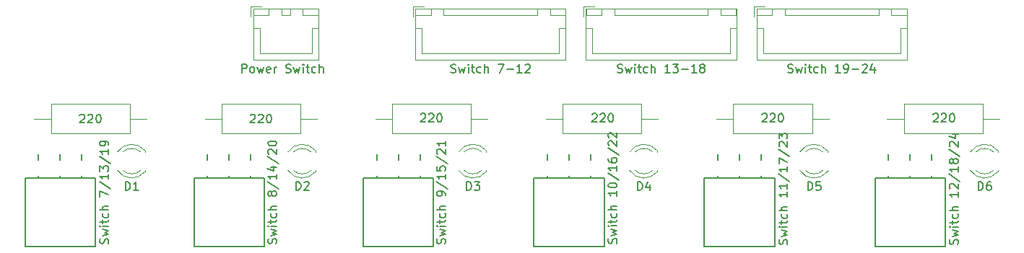
<source format=gbr>
%TF.GenerationSoftware,KiCad,Pcbnew,7.0.8*%
%TF.CreationDate,2024-02-13T18:25:50+01:00*%
%TF.ProjectId,BlankingRelay_Top2,426c616e-6b69-46e6-9752-656c61795f54,rev?*%
%TF.SameCoordinates,Original*%
%TF.FileFunction,Legend,Top*%
%TF.FilePolarity,Positive*%
%FSLAX46Y46*%
G04 Gerber Fmt 4.6, Leading zero omitted, Abs format (unit mm)*
G04 Created by KiCad (PCBNEW 7.0.8) date 2024-02-13 18:25:50*
%MOMM*%
%LPD*%
G01*
G04 APERTURE LIST*
%ADD10C,0.150000*%
%ADD11C,0.120000*%
G04 APERTURE END LIST*
D10*
X121130952Y-59507200D02*
X121273809Y-59554819D01*
X121273809Y-59554819D02*
X121511904Y-59554819D01*
X121511904Y-59554819D02*
X121607142Y-59507200D01*
X121607142Y-59507200D02*
X121654761Y-59459580D01*
X121654761Y-59459580D02*
X121702380Y-59364342D01*
X121702380Y-59364342D02*
X121702380Y-59269104D01*
X121702380Y-59269104D02*
X121654761Y-59173866D01*
X121654761Y-59173866D02*
X121607142Y-59126247D01*
X121607142Y-59126247D02*
X121511904Y-59078628D01*
X121511904Y-59078628D02*
X121321428Y-59031009D01*
X121321428Y-59031009D02*
X121226190Y-58983390D01*
X121226190Y-58983390D02*
X121178571Y-58935771D01*
X121178571Y-58935771D02*
X121130952Y-58840533D01*
X121130952Y-58840533D02*
X121130952Y-58745295D01*
X121130952Y-58745295D02*
X121178571Y-58650057D01*
X121178571Y-58650057D02*
X121226190Y-58602438D01*
X121226190Y-58602438D02*
X121321428Y-58554819D01*
X121321428Y-58554819D02*
X121559523Y-58554819D01*
X121559523Y-58554819D02*
X121702380Y-58602438D01*
X122035714Y-58888152D02*
X122226190Y-59554819D01*
X122226190Y-59554819D02*
X122416666Y-59078628D01*
X122416666Y-59078628D02*
X122607142Y-59554819D01*
X122607142Y-59554819D02*
X122797618Y-58888152D01*
X123178571Y-59554819D02*
X123178571Y-58888152D01*
X123178571Y-58554819D02*
X123130952Y-58602438D01*
X123130952Y-58602438D02*
X123178571Y-58650057D01*
X123178571Y-58650057D02*
X123226190Y-58602438D01*
X123226190Y-58602438D02*
X123178571Y-58554819D01*
X123178571Y-58554819D02*
X123178571Y-58650057D01*
X123511904Y-58888152D02*
X123892856Y-58888152D01*
X123654761Y-58554819D02*
X123654761Y-59411961D01*
X123654761Y-59411961D02*
X123702380Y-59507200D01*
X123702380Y-59507200D02*
X123797618Y-59554819D01*
X123797618Y-59554819D02*
X123892856Y-59554819D01*
X124654761Y-59507200D02*
X124559523Y-59554819D01*
X124559523Y-59554819D02*
X124369047Y-59554819D01*
X124369047Y-59554819D02*
X124273809Y-59507200D01*
X124273809Y-59507200D02*
X124226190Y-59459580D01*
X124226190Y-59459580D02*
X124178571Y-59364342D01*
X124178571Y-59364342D02*
X124178571Y-59078628D01*
X124178571Y-59078628D02*
X124226190Y-58983390D01*
X124226190Y-58983390D02*
X124273809Y-58935771D01*
X124273809Y-58935771D02*
X124369047Y-58888152D01*
X124369047Y-58888152D02*
X124559523Y-58888152D01*
X124559523Y-58888152D02*
X124654761Y-58935771D01*
X125083333Y-59554819D02*
X125083333Y-58554819D01*
X125511904Y-59554819D02*
X125511904Y-59031009D01*
X125511904Y-59031009D02*
X125464285Y-58935771D01*
X125464285Y-58935771D02*
X125369047Y-58888152D01*
X125369047Y-58888152D02*
X125226190Y-58888152D01*
X125226190Y-58888152D02*
X125130952Y-58935771D01*
X125130952Y-58935771D02*
X125083333Y-58983390D01*
X127273809Y-59554819D02*
X126702381Y-59554819D01*
X126988095Y-59554819D02*
X126988095Y-58554819D01*
X126988095Y-58554819D02*
X126892857Y-58697676D01*
X126892857Y-58697676D02*
X126797619Y-58792914D01*
X126797619Y-58792914D02*
X126702381Y-58840533D01*
X127607143Y-58554819D02*
X128226190Y-58554819D01*
X128226190Y-58554819D02*
X127892857Y-58935771D01*
X127892857Y-58935771D02*
X128035714Y-58935771D01*
X128035714Y-58935771D02*
X128130952Y-58983390D01*
X128130952Y-58983390D02*
X128178571Y-59031009D01*
X128178571Y-59031009D02*
X128226190Y-59126247D01*
X128226190Y-59126247D02*
X128226190Y-59364342D01*
X128226190Y-59364342D02*
X128178571Y-59459580D01*
X128178571Y-59459580D02*
X128130952Y-59507200D01*
X128130952Y-59507200D02*
X128035714Y-59554819D01*
X128035714Y-59554819D02*
X127750000Y-59554819D01*
X127750000Y-59554819D02*
X127654762Y-59507200D01*
X127654762Y-59507200D02*
X127607143Y-59459580D01*
X128654762Y-59173866D02*
X129416667Y-59173866D01*
X130416666Y-59554819D02*
X129845238Y-59554819D01*
X130130952Y-59554819D02*
X130130952Y-58554819D01*
X130130952Y-58554819D02*
X130035714Y-58697676D01*
X130035714Y-58697676D02*
X129940476Y-58792914D01*
X129940476Y-58792914D02*
X129845238Y-58840533D01*
X130988095Y-58983390D02*
X130892857Y-58935771D01*
X130892857Y-58935771D02*
X130845238Y-58888152D01*
X130845238Y-58888152D02*
X130797619Y-58792914D01*
X130797619Y-58792914D02*
X130797619Y-58745295D01*
X130797619Y-58745295D02*
X130845238Y-58650057D01*
X130845238Y-58650057D02*
X130892857Y-58602438D01*
X130892857Y-58602438D02*
X130988095Y-58554819D01*
X130988095Y-58554819D02*
X131178571Y-58554819D01*
X131178571Y-58554819D02*
X131273809Y-58602438D01*
X131273809Y-58602438D02*
X131321428Y-58650057D01*
X131321428Y-58650057D02*
X131369047Y-58745295D01*
X131369047Y-58745295D02*
X131369047Y-58792914D01*
X131369047Y-58792914D02*
X131321428Y-58888152D01*
X131321428Y-58888152D02*
X131273809Y-58935771D01*
X131273809Y-58935771D02*
X131178571Y-58983390D01*
X131178571Y-58983390D02*
X130988095Y-58983390D01*
X130988095Y-58983390D02*
X130892857Y-59031009D01*
X130892857Y-59031009D02*
X130845238Y-59078628D01*
X130845238Y-59078628D02*
X130797619Y-59173866D01*
X130797619Y-59173866D02*
X130797619Y-59364342D01*
X130797619Y-59364342D02*
X130845238Y-59459580D01*
X130845238Y-59459580D02*
X130892857Y-59507200D01*
X130892857Y-59507200D02*
X130988095Y-59554819D01*
X130988095Y-59554819D02*
X131178571Y-59554819D01*
X131178571Y-59554819D02*
X131273809Y-59507200D01*
X131273809Y-59507200D02*
X131321428Y-59459580D01*
X131321428Y-59459580D02*
X131369047Y-59364342D01*
X131369047Y-59364342D02*
X131369047Y-59173866D01*
X131369047Y-59173866D02*
X131321428Y-59078628D01*
X131321428Y-59078628D02*
X131273809Y-59031009D01*
X131273809Y-59031009D02*
X131178571Y-58983390D01*
X141130952Y-59507200D02*
X141273809Y-59554819D01*
X141273809Y-59554819D02*
X141511904Y-59554819D01*
X141511904Y-59554819D02*
X141607142Y-59507200D01*
X141607142Y-59507200D02*
X141654761Y-59459580D01*
X141654761Y-59459580D02*
X141702380Y-59364342D01*
X141702380Y-59364342D02*
X141702380Y-59269104D01*
X141702380Y-59269104D02*
X141654761Y-59173866D01*
X141654761Y-59173866D02*
X141607142Y-59126247D01*
X141607142Y-59126247D02*
X141511904Y-59078628D01*
X141511904Y-59078628D02*
X141321428Y-59031009D01*
X141321428Y-59031009D02*
X141226190Y-58983390D01*
X141226190Y-58983390D02*
X141178571Y-58935771D01*
X141178571Y-58935771D02*
X141130952Y-58840533D01*
X141130952Y-58840533D02*
X141130952Y-58745295D01*
X141130952Y-58745295D02*
X141178571Y-58650057D01*
X141178571Y-58650057D02*
X141226190Y-58602438D01*
X141226190Y-58602438D02*
X141321428Y-58554819D01*
X141321428Y-58554819D02*
X141559523Y-58554819D01*
X141559523Y-58554819D02*
X141702380Y-58602438D01*
X142035714Y-58888152D02*
X142226190Y-59554819D01*
X142226190Y-59554819D02*
X142416666Y-59078628D01*
X142416666Y-59078628D02*
X142607142Y-59554819D01*
X142607142Y-59554819D02*
X142797618Y-58888152D01*
X143178571Y-59554819D02*
X143178571Y-58888152D01*
X143178571Y-58554819D02*
X143130952Y-58602438D01*
X143130952Y-58602438D02*
X143178571Y-58650057D01*
X143178571Y-58650057D02*
X143226190Y-58602438D01*
X143226190Y-58602438D02*
X143178571Y-58554819D01*
X143178571Y-58554819D02*
X143178571Y-58650057D01*
X143511904Y-58888152D02*
X143892856Y-58888152D01*
X143654761Y-58554819D02*
X143654761Y-59411961D01*
X143654761Y-59411961D02*
X143702380Y-59507200D01*
X143702380Y-59507200D02*
X143797618Y-59554819D01*
X143797618Y-59554819D02*
X143892856Y-59554819D01*
X144654761Y-59507200D02*
X144559523Y-59554819D01*
X144559523Y-59554819D02*
X144369047Y-59554819D01*
X144369047Y-59554819D02*
X144273809Y-59507200D01*
X144273809Y-59507200D02*
X144226190Y-59459580D01*
X144226190Y-59459580D02*
X144178571Y-59364342D01*
X144178571Y-59364342D02*
X144178571Y-59078628D01*
X144178571Y-59078628D02*
X144226190Y-58983390D01*
X144226190Y-58983390D02*
X144273809Y-58935771D01*
X144273809Y-58935771D02*
X144369047Y-58888152D01*
X144369047Y-58888152D02*
X144559523Y-58888152D01*
X144559523Y-58888152D02*
X144654761Y-58935771D01*
X145083333Y-59554819D02*
X145083333Y-58554819D01*
X145511904Y-59554819D02*
X145511904Y-59031009D01*
X145511904Y-59031009D02*
X145464285Y-58935771D01*
X145464285Y-58935771D02*
X145369047Y-58888152D01*
X145369047Y-58888152D02*
X145226190Y-58888152D01*
X145226190Y-58888152D02*
X145130952Y-58935771D01*
X145130952Y-58935771D02*
X145083333Y-58983390D01*
X147273809Y-59554819D02*
X146702381Y-59554819D01*
X146988095Y-59554819D02*
X146988095Y-58554819D01*
X146988095Y-58554819D02*
X146892857Y-58697676D01*
X146892857Y-58697676D02*
X146797619Y-58792914D01*
X146797619Y-58792914D02*
X146702381Y-58840533D01*
X147750000Y-59554819D02*
X147940476Y-59554819D01*
X147940476Y-59554819D02*
X148035714Y-59507200D01*
X148035714Y-59507200D02*
X148083333Y-59459580D01*
X148083333Y-59459580D02*
X148178571Y-59316723D01*
X148178571Y-59316723D02*
X148226190Y-59126247D01*
X148226190Y-59126247D02*
X148226190Y-58745295D01*
X148226190Y-58745295D02*
X148178571Y-58650057D01*
X148178571Y-58650057D02*
X148130952Y-58602438D01*
X148130952Y-58602438D02*
X148035714Y-58554819D01*
X148035714Y-58554819D02*
X147845238Y-58554819D01*
X147845238Y-58554819D02*
X147750000Y-58602438D01*
X147750000Y-58602438D02*
X147702381Y-58650057D01*
X147702381Y-58650057D02*
X147654762Y-58745295D01*
X147654762Y-58745295D02*
X147654762Y-58983390D01*
X147654762Y-58983390D02*
X147702381Y-59078628D01*
X147702381Y-59078628D02*
X147750000Y-59126247D01*
X147750000Y-59126247D02*
X147845238Y-59173866D01*
X147845238Y-59173866D02*
X148035714Y-59173866D01*
X148035714Y-59173866D02*
X148130952Y-59126247D01*
X148130952Y-59126247D02*
X148178571Y-59078628D01*
X148178571Y-59078628D02*
X148226190Y-58983390D01*
X148654762Y-59173866D02*
X149416667Y-59173866D01*
X149845238Y-58650057D02*
X149892857Y-58602438D01*
X149892857Y-58602438D02*
X149988095Y-58554819D01*
X149988095Y-58554819D02*
X150226190Y-58554819D01*
X150226190Y-58554819D02*
X150321428Y-58602438D01*
X150321428Y-58602438D02*
X150369047Y-58650057D01*
X150369047Y-58650057D02*
X150416666Y-58745295D01*
X150416666Y-58745295D02*
X150416666Y-58840533D01*
X150416666Y-58840533D02*
X150369047Y-58983390D01*
X150369047Y-58983390D02*
X149797619Y-59554819D01*
X149797619Y-59554819D02*
X150416666Y-59554819D01*
X151273809Y-58888152D02*
X151273809Y-59554819D01*
X151035714Y-58507200D02*
X150797619Y-59221485D01*
X150797619Y-59221485D02*
X151416666Y-59221485D01*
X101607143Y-59507200D02*
X101750000Y-59554819D01*
X101750000Y-59554819D02*
X101988095Y-59554819D01*
X101988095Y-59554819D02*
X102083333Y-59507200D01*
X102083333Y-59507200D02*
X102130952Y-59459580D01*
X102130952Y-59459580D02*
X102178571Y-59364342D01*
X102178571Y-59364342D02*
X102178571Y-59269104D01*
X102178571Y-59269104D02*
X102130952Y-59173866D01*
X102130952Y-59173866D02*
X102083333Y-59126247D01*
X102083333Y-59126247D02*
X101988095Y-59078628D01*
X101988095Y-59078628D02*
X101797619Y-59031009D01*
X101797619Y-59031009D02*
X101702381Y-58983390D01*
X101702381Y-58983390D02*
X101654762Y-58935771D01*
X101654762Y-58935771D02*
X101607143Y-58840533D01*
X101607143Y-58840533D02*
X101607143Y-58745295D01*
X101607143Y-58745295D02*
X101654762Y-58650057D01*
X101654762Y-58650057D02*
X101702381Y-58602438D01*
X101702381Y-58602438D02*
X101797619Y-58554819D01*
X101797619Y-58554819D02*
X102035714Y-58554819D01*
X102035714Y-58554819D02*
X102178571Y-58602438D01*
X102511905Y-58888152D02*
X102702381Y-59554819D01*
X102702381Y-59554819D02*
X102892857Y-59078628D01*
X102892857Y-59078628D02*
X103083333Y-59554819D01*
X103083333Y-59554819D02*
X103273809Y-58888152D01*
X103654762Y-59554819D02*
X103654762Y-58888152D01*
X103654762Y-58554819D02*
X103607143Y-58602438D01*
X103607143Y-58602438D02*
X103654762Y-58650057D01*
X103654762Y-58650057D02*
X103702381Y-58602438D01*
X103702381Y-58602438D02*
X103654762Y-58554819D01*
X103654762Y-58554819D02*
X103654762Y-58650057D01*
X103988095Y-58888152D02*
X104369047Y-58888152D01*
X104130952Y-58554819D02*
X104130952Y-59411961D01*
X104130952Y-59411961D02*
X104178571Y-59507200D01*
X104178571Y-59507200D02*
X104273809Y-59554819D01*
X104273809Y-59554819D02*
X104369047Y-59554819D01*
X105130952Y-59507200D02*
X105035714Y-59554819D01*
X105035714Y-59554819D02*
X104845238Y-59554819D01*
X104845238Y-59554819D02*
X104750000Y-59507200D01*
X104750000Y-59507200D02*
X104702381Y-59459580D01*
X104702381Y-59459580D02*
X104654762Y-59364342D01*
X104654762Y-59364342D02*
X104654762Y-59078628D01*
X104654762Y-59078628D02*
X104702381Y-58983390D01*
X104702381Y-58983390D02*
X104750000Y-58935771D01*
X104750000Y-58935771D02*
X104845238Y-58888152D01*
X104845238Y-58888152D02*
X105035714Y-58888152D01*
X105035714Y-58888152D02*
X105130952Y-58935771D01*
X105559524Y-59554819D02*
X105559524Y-58554819D01*
X105988095Y-59554819D02*
X105988095Y-59031009D01*
X105988095Y-59031009D02*
X105940476Y-58935771D01*
X105940476Y-58935771D02*
X105845238Y-58888152D01*
X105845238Y-58888152D02*
X105702381Y-58888152D01*
X105702381Y-58888152D02*
X105607143Y-58935771D01*
X105607143Y-58935771D02*
X105559524Y-58983390D01*
X107130953Y-58554819D02*
X107797619Y-58554819D01*
X107797619Y-58554819D02*
X107369048Y-59554819D01*
X108178572Y-59173866D02*
X108940477Y-59173866D01*
X109940476Y-59554819D02*
X109369048Y-59554819D01*
X109654762Y-59554819D02*
X109654762Y-58554819D01*
X109654762Y-58554819D02*
X109559524Y-58697676D01*
X109559524Y-58697676D02*
X109464286Y-58792914D01*
X109464286Y-58792914D02*
X109369048Y-58840533D01*
X110321429Y-58650057D02*
X110369048Y-58602438D01*
X110369048Y-58602438D02*
X110464286Y-58554819D01*
X110464286Y-58554819D02*
X110702381Y-58554819D01*
X110702381Y-58554819D02*
X110797619Y-58602438D01*
X110797619Y-58602438D02*
X110845238Y-58650057D01*
X110845238Y-58650057D02*
X110892857Y-58745295D01*
X110892857Y-58745295D02*
X110892857Y-58840533D01*
X110892857Y-58840533D02*
X110845238Y-58983390D01*
X110845238Y-58983390D02*
X110273810Y-59554819D01*
X110273810Y-59554819D02*
X110892857Y-59554819D01*
X77107142Y-59554819D02*
X77107142Y-58554819D01*
X77107142Y-58554819D02*
X77488094Y-58554819D01*
X77488094Y-58554819D02*
X77583332Y-58602438D01*
X77583332Y-58602438D02*
X77630951Y-58650057D01*
X77630951Y-58650057D02*
X77678570Y-58745295D01*
X77678570Y-58745295D02*
X77678570Y-58888152D01*
X77678570Y-58888152D02*
X77630951Y-58983390D01*
X77630951Y-58983390D02*
X77583332Y-59031009D01*
X77583332Y-59031009D02*
X77488094Y-59078628D01*
X77488094Y-59078628D02*
X77107142Y-59078628D01*
X78249999Y-59554819D02*
X78154761Y-59507200D01*
X78154761Y-59507200D02*
X78107142Y-59459580D01*
X78107142Y-59459580D02*
X78059523Y-59364342D01*
X78059523Y-59364342D02*
X78059523Y-59078628D01*
X78059523Y-59078628D02*
X78107142Y-58983390D01*
X78107142Y-58983390D02*
X78154761Y-58935771D01*
X78154761Y-58935771D02*
X78249999Y-58888152D01*
X78249999Y-58888152D02*
X78392856Y-58888152D01*
X78392856Y-58888152D02*
X78488094Y-58935771D01*
X78488094Y-58935771D02*
X78535713Y-58983390D01*
X78535713Y-58983390D02*
X78583332Y-59078628D01*
X78583332Y-59078628D02*
X78583332Y-59364342D01*
X78583332Y-59364342D02*
X78535713Y-59459580D01*
X78535713Y-59459580D02*
X78488094Y-59507200D01*
X78488094Y-59507200D02*
X78392856Y-59554819D01*
X78392856Y-59554819D02*
X78249999Y-59554819D01*
X78916666Y-58888152D02*
X79107142Y-59554819D01*
X79107142Y-59554819D02*
X79297618Y-59078628D01*
X79297618Y-59078628D02*
X79488094Y-59554819D01*
X79488094Y-59554819D02*
X79678570Y-58888152D01*
X80440475Y-59507200D02*
X80345237Y-59554819D01*
X80345237Y-59554819D02*
X80154761Y-59554819D01*
X80154761Y-59554819D02*
X80059523Y-59507200D01*
X80059523Y-59507200D02*
X80011904Y-59411961D01*
X80011904Y-59411961D02*
X80011904Y-59031009D01*
X80011904Y-59031009D02*
X80059523Y-58935771D01*
X80059523Y-58935771D02*
X80154761Y-58888152D01*
X80154761Y-58888152D02*
X80345237Y-58888152D01*
X80345237Y-58888152D02*
X80440475Y-58935771D01*
X80440475Y-58935771D02*
X80488094Y-59031009D01*
X80488094Y-59031009D02*
X80488094Y-59126247D01*
X80488094Y-59126247D02*
X80011904Y-59221485D01*
X80916666Y-59554819D02*
X80916666Y-58888152D01*
X80916666Y-59078628D02*
X80964285Y-58983390D01*
X80964285Y-58983390D02*
X81011904Y-58935771D01*
X81011904Y-58935771D02*
X81107142Y-58888152D01*
X81107142Y-58888152D02*
X81202380Y-58888152D01*
X82250000Y-59507200D02*
X82392857Y-59554819D01*
X82392857Y-59554819D02*
X82630952Y-59554819D01*
X82630952Y-59554819D02*
X82726190Y-59507200D01*
X82726190Y-59507200D02*
X82773809Y-59459580D01*
X82773809Y-59459580D02*
X82821428Y-59364342D01*
X82821428Y-59364342D02*
X82821428Y-59269104D01*
X82821428Y-59269104D02*
X82773809Y-59173866D01*
X82773809Y-59173866D02*
X82726190Y-59126247D01*
X82726190Y-59126247D02*
X82630952Y-59078628D01*
X82630952Y-59078628D02*
X82440476Y-59031009D01*
X82440476Y-59031009D02*
X82345238Y-58983390D01*
X82345238Y-58983390D02*
X82297619Y-58935771D01*
X82297619Y-58935771D02*
X82250000Y-58840533D01*
X82250000Y-58840533D02*
X82250000Y-58745295D01*
X82250000Y-58745295D02*
X82297619Y-58650057D01*
X82297619Y-58650057D02*
X82345238Y-58602438D01*
X82345238Y-58602438D02*
X82440476Y-58554819D01*
X82440476Y-58554819D02*
X82678571Y-58554819D01*
X82678571Y-58554819D02*
X82821428Y-58602438D01*
X83154762Y-58888152D02*
X83345238Y-59554819D01*
X83345238Y-59554819D02*
X83535714Y-59078628D01*
X83535714Y-59078628D02*
X83726190Y-59554819D01*
X83726190Y-59554819D02*
X83916666Y-58888152D01*
X84297619Y-59554819D02*
X84297619Y-58888152D01*
X84297619Y-58554819D02*
X84250000Y-58602438D01*
X84250000Y-58602438D02*
X84297619Y-58650057D01*
X84297619Y-58650057D02*
X84345238Y-58602438D01*
X84345238Y-58602438D02*
X84297619Y-58554819D01*
X84297619Y-58554819D02*
X84297619Y-58650057D01*
X84630952Y-58888152D02*
X85011904Y-58888152D01*
X84773809Y-58554819D02*
X84773809Y-59411961D01*
X84773809Y-59411961D02*
X84821428Y-59507200D01*
X84821428Y-59507200D02*
X84916666Y-59554819D01*
X84916666Y-59554819D02*
X85011904Y-59554819D01*
X85773809Y-59507200D02*
X85678571Y-59554819D01*
X85678571Y-59554819D02*
X85488095Y-59554819D01*
X85488095Y-59554819D02*
X85392857Y-59507200D01*
X85392857Y-59507200D02*
X85345238Y-59459580D01*
X85345238Y-59459580D02*
X85297619Y-59364342D01*
X85297619Y-59364342D02*
X85297619Y-59078628D01*
X85297619Y-59078628D02*
X85345238Y-58983390D01*
X85345238Y-58983390D02*
X85392857Y-58935771D01*
X85392857Y-58935771D02*
X85488095Y-58888152D01*
X85488095Y-58888152D02*
X85678571Y-58888152D01*
X85678571Y-58888152D02*
X85773809Y-58935771D01*
X86202381Y-59554819D02*
X86202381Y-58554819D01*
X86630952Y-59554819D02*
X86630952Y-59031009D01*
X86630952Y-59031009D02*
X86583333Y-58935771D01*
X86583333Y-58935771D02*
X86488095Y-58888152D01*
X86488095Y-58888152D02*
X86345238Y-58888152D01*
X86345238Y-58888152D02*
X86250000Y-58935771D01*
X86250000Y-58935771D02*
X86202381Y-58983390D01*
X161007200Y-79699999D02*
X161054819Y-79557142D01*
X161054819Y-79557142D02*
X161054819Y-79319047D01*
X161054819Y-79319047D02*
X161007200Y-79223809D01*
X161007200Y-79223809D02*
X160959580Y-79176190D01*
X160959580Y-79176190D02*
X160864342Y-79128571D01*
X160864342Y-79128571D02*
X160769104Y-79128571D01*
X160769104Y-79128571D02*
X160673866Y-79176190D01*
X160673866Y-79176190D02*
X160626247Y-79223809D01*
X160626247Y-79223809D02*
X160578628Y-79319047D01*
X160578628Y-79319047D02*
X160531009Y-79509523D01*
X160531009Y-79509523D02*
X160483390Y-79604761D01*
X160483390Y-79604761D02*
X160435771Y-79652380D01*
X160435771Y-79652380D02*
X160340533Y-79699999D01*
X160340533Y-79699999D02*
X160245295Y-79699999D01*
X160245295Y-79699999D02*
X160150057Y-79652380D01*
X160150057Y-79652380D02*
X160102438Y-79604761D01*
X160102438Y-79604761D02*
X160054819Y-79509523D01*
X160054819Y-79509523D02*
X160054819Y-79271428D01*
X160054819Y-79271428D02*
X160102438Y-79128571D01*
X160388152Y-78795237D02*
X161054819Y-78604761D01*
X161054819Y-78604761D02*
X160578628Y-78414285D01*
X160578628Y-78414285D02*
X161054819Y-78223809D01*
X161054819Y-78223809D02*
X160388152Y-78033333D01*
X161054819Y-77652380D02*
X160388152Y-77652380D01*
X160054819Y-77652380D02*
X160102438Y-77699999D01*
X160102438Y-77699999D02*
X160150057Y-77652380D01*
X160150057Y-77652380D02*
X160102438Y-77604761D01*
X160102438Y-77604761D02*
X160054819Y-77652380D01*
X160054819Y-77652380D02*
X160150057Y-77652380D01*
X160388152Y-77319047D02*
X160388152Y-76938095D01*
X160054819Y-77176190D02*
X160911961Y-77176190D01*
X160911961Y-77176190D02*
X161007200Y-77128571D01*
X161007200Y-77128571D02*
X161054819Y-77033333D01*
X161054819Y-77033333D02*
X161054819Y-76938095D01*
X161007200Y-76176190D02*
X161054819Y-76271428D01*
X161054819Y-76271428D02*
X161054819Y-76461904D01*
X161054819Y-76461904D02*
X161007200Y-76557142D01*
X161007200Y-76557142D02*
X160959580Y-76604761D01*
X160959580Y-76604761D02*
X160864342Y-76652380D01*
X160864342Y-76652380D02*
X160578628Y-76652380D01*
X160578628Y-76652380D02*
X160483390Y-76604761D01*
X160483390Y-76604761D02*
X160435771Y-76557142D01*
X160435771Y-76557142D02*
X160388152Y-76461904D01*
X160388152Y-76461904D02*
X160388152Y-76271428D01*
X160388152Y-76271428D02*
X160435771Y-76176190D01*
X161054819Y-75747618D02*
X160054819Y-75747618D01*
X161054819Y-75319047D02*
X160531009Y-75319047D01*
X160531009Y-75319047D02*
X160435771Y-75366666D01*
X160435771Y-75366666D02*
X160388152Y-75461904D01*
X160388152Y-75461904D02*
X160388152Y-75604761D01*
X160388152Y-75604761D02*
X160435771Y-75699999D01*
X160435771Y-75699999D02*
X160483390Y-75747618D01*
X161054819Y-73557142D02*
X161054819Y-74128570D01*
X161054819Y-73842856D02*
X160054819Y-73842856D01*
X160054819Y-73842856D02*
X160197676Y-73938094D01*
X160197676Y-73938094D02*
X160292914Y-74033332D01*
X160292914Y-74033332D02*
X160340533Y-74128570D01*
X160150057Y-73176189D02*
X160102438Y-73128570D01*
X160102438Y-73128570D02*
X160054819Y-73033332D01*
X160054819Y-73033332D02*
X160054819Y-72795237D01*
X160054819Y-72795237D02*
X160102438Y-72699999D01*
X160102438Y-72699999D02*
X160150057Y-72652380D01*
X160150057Y-72652380D02*
X160245295Y-72604761D01*
X160245295Y-72604761D02*
X160340533Y-72604761D01*
X160340533Y-72604761D02*
X160483390Y-72652380D01*
X160483390Y-72652380D02*
X161054819Y-73223808D01*
X161054819Y-73223808D02*
X161054819Y-72604761D01*
X160007200Y-71461904D02*
X161292914Y-72319046D01*
X161054819Y-70604761D02*
X161054819Y-71176189D01*
X161054819Y-70890475D02*
X160054819Y-70890475D01*
X160054819Y-70890475D02*
X160197676Y-70985713D01*
X160197676Y-70985713D02*
X160292914Y-71080951D01*
X160292914Y-71080951D02*
X160340533Y-71176189D01*
X160483390Y-70033332D02*
X160435771Y-70128570D01*
X160435771Y-70128570D02*
X160388152Y-70176189D01*
X160388152Y-70176189D02*
X160292914Y-70223808D01*
X160292914Y-70223808D02*
X160245295Y-70223808D01*
X160245295Y-70223808D02*
X160150057Y-70176189D01*
X160150057Y-70176189D02*
X160102438Y-70128570D01*
X160102438Y-70128570D02*
X160054819Y-70033332D01*
X160054819Y-70033332D02*
X160054819Y-69842856D01*
X160054819Y-69842856D02*
X160102438Y-69747618D01*
X160102438Y-69747618D02*
X160150057Y-69699999D01*
X160150057Y-69699999D02*
X160245295Y-69652380D01*
X160245295Y-69652380D02*
X160292914Y-69652380D01*
X160292914Y-69652380D02*
X160388152Y-69699999D01*
X160388152Y-69699999D02*
X160435771Y-69747618D01*
X160435771Y-69747618D02*
X160483390Y-69842856D01*
X160483390Y-69842856D02*
X160483390Y-70033332D01*
X160483390Y-70033332D02*
X160531009Y-70128570D01*
X160531009Y-70128570D02*
X160578628Y-70176189D01*
X160578628Y-70176189D02*
X160673866Y-70223808D01*
X160673866Y-70223808D02*
X160864342Y-70223808D01*
X160864342Y-70223808D02*
X160959580Y-70176189D01*
X160959580Y-70176189D02*
X161007200Y-70128570D01*
X161007200Y-70128570D02*
X161054819Y-70033332D01*
X161054819Y-70033332D02*
X161054819Y-69842856D01*
X161054819Y-69842856D02*
X161007200Y-69747618D01*
X161007200Y-69747618D02*
X160959580Y-69699999D01*
X160959580Y-69699999D02*
X160864342Y-69652380D01*
X160864342Y-69652380D02*
X160673866Y-69652380D01*
X160673866Y-69652380D02*
X160578628Y-69699999D01*
X160578628Y-69699999D02*
X160531009Y-69747618D01*
X160531009Y-69747618D02*
X160483390Y-69842856D01*
X160007200Y-68509523D02*
X161292914Y-69366665D01*
X160150057Y-68223808D02*
X160102438Y-68176189D01*
X160102438Y-68176189D02*
X160054819Y-68080951D01*
X160054819Y-68080951D02*
X160054819Y-67842856D01*
X160054819Y-67842856D02*
X160102438Y-67747618D01*
X160102438Y-67747618D02*
X160150057Y-67699999D01*
X160150057Y-67699999D02*
X160245295Y-67652380D01*
X160245295Y-67652380D02*
X160340533Y-67652380D01*
X160340533Y-67652380D02*
X160483390Y-67699999D01*
X160483390Y-67699999D02*
X161054819Y-68271427D01*
X161054819Y-68271427D02*
X161054819Y-67652380D01*
X160388152Y-66795237D02*
X161054819Y-66795237D01*
X160007200Y-67033332D02*
X160721485Y-67271427D01*
X160721485Y-67271427D02*
X160721485Y-66652380D01*
X98061905Y-64450057D02*
X98109524Y-64402438D01*
X98109524Y-64402438D02*
X98204762Y-64354819D01*
X98204762Y-64354819D02*
X98442857Y-64354819D01*
X98442857Y-64354819D02*
X98538095Y-64402438D01*
X98538095Y-64402438D02*
X98585714Y-64450057D01*
X98585714Y-64450057D02*
X98633333Y-64545295D01*
X98633333Y-64545295D02*
X98633333Y-64640533D01*
X98633333Y-64640533D02*
X98585714Y-64783390D01*
X98585714Y-64783390D02*
X98014286Y-65354819D01*
X98014286Y-65354819D02*
X98633333Y-65354819D01*
X99014286Y-64450057D02*
X99061905Y-64402438D01*
X99061905Y-64402438D02*
X99157143Y-64354819D01*
X99157143Y-64354819D02*
X99395238Y-64354819D01*
X99395238Y-64354819D02*
X99490476Y-64402438D01*
X99490476Y-64402438D02*
X99538095Y-64450057D01*
X99538095Y-64450057D02*
X99585714Y-64545295D01*
X99585714Y-64545295D02*
X99585714Y-64640533D01*
X99585714Y-64640533D02*
X99538095Y-64783390D01*
X99538095Y-64783390D02*
X98966667Y-65354819D01*
X98966667Y-65354819D02*
X99585714Y-65354819D01*
X100204762Y-64354819D02*
X100300000Y-64354819D01*
X100300000Y-64354819D02*
X100395238Y-64402438D01*
X100395238Y-64402438D02*
X100442857Y-64450057D01*
X100442857Y-64450057D02*
X100490476Y-64545295D01*
X100490476Y-64545295D02*
X100538095Y-64735771D01*
X100538095Y-64735771D02*
X100538095Y-64973866D01*
X100538095Y-64973866D02*
X100490476Y-65164342D01*
X100490476Y-65164342D02*
X100442857Y-65259580D01*
X100442857Y-65259580D02*
X100395238Y-65307200D01*
X100395238Y-65307200D02*
X100300000Y-65354819D01*
X100300000Y-65354819D02*
X100204762Y-65354819D01*
X100204762Y-65354819D02*
X100109524Y-65307200D01*
X100109524Y-65307200D02*
X100061905Y-65259580D01*
X100061905Y-65259580D02*
X100014286Y-65164342D01*
X100014286Y-65164342D02*
X99966667Y-64973866D01*
X99966667Y-64973866D02*
X99966667Y-64735771D01*
X99966667Y-64735771D02*
X100014286Y-64545295D01*
X100014286Y-64545295D02*
X100061905Y-64450057D01*
X100061905Y-64450057D02*
X100109524Y-64402438D01*
X100109524Y-64402438D02*
X100204762Y-64354819D01*
X83441905Y-73364819D02*
X83441905Y-72364819D01*
X83441905Y-72364819D02*
X83680000Y-72364819D01*
X83680000Y-72364819D02*
X83822857Y-72412438D01*
X83822857Y-72412438D02*
X83918095Y-72507676D01*
X83918095Y-72507676D02*
X83965714Y-72602914D01*
X83965714Y-72602914D02*
X84013333Y-72793390D01*
X84013333Y-72793390D02*
X84013333Y-72936247D01*
X84013333Y-72936247D02*
X83965714Y-73126723D01*
X83965714Y-73126723D02*
X83918095Y-73221961D01*
X83918095Y-73221961D02*
X83822857Y-73317200D01*
X83822857Y-73317200D02*
X83680000Y-73364819D01*
X83680000Y-73364819D02*
X83441905Y-73364819D01*
X84394286Y-72460057D02*
X84441905Y-72412438D01*
X84441905Y-72412438D02*
X84537143Y-72364819D01*
X84537143Y-72364819D02*
X84775238Y-72364819D01*
X84775238Y-72364819D02*
X84870476Y-72412438D01*
X84870476Y-72412438D02*
X84918095Y-72460057D01*
X84918095Y-72460057D02*
X84965714Y-72555295D01*
X84965714Y-72555295D02*
X84965714Y-72650533D01*
X84965714Y-72650533D02*
X84918095Y-72793390D01*
X84918095Y-72793390D02*
X84346667Y-73364819D01*
X84346667Y-73364819D02*
X84965714Y-73364819D01*
X78091905Y-64550057D02*
X78139524Y-64502438D01*
X78139524Y-64502438D02*
X78234762Y-64454819D01*
X78234762Y-64454819D02*
X78472857Y-64454819D01*
X78472857Y-64454819D02*
X78568095Y-64502438D01*
X78568095Y-64502438D02*
X78615714Y-64550057D01*
X78615714Y-64550057D02*
X78663333Y-64645295D01*
X78663333Y-64645295D02*
X78663333Y-64740533D01*
X78663333Y-64740533D02*
X78615714Y-64883390D01*
X78615714Y-64883390D02*
X78044286Y-65454819D01*
X78044286Y-65454819D02*
X78663333Y-65454819D01*
X79044286Y-64550057D02*
X79091905Y-64502438D01*
X79091905Y-64502438D02*
X79187143Y-64454819D01*
X79187143Y-64454819D02*
X79425238Y-64454819D01*
X79425238Y-64454819D02*
X79520476Y-64502438D01*
X79520476Y-64502438D02*
X79568095Y-64550057D01*
X79568095Y-64550057D02*
X79615714Y-64645295D01*
X79615714Y-64645295D02*
X79615714Y-64740533D01*
X79615714Y-64740533D02*
X79568095Y-64883390D01*
X79568095Y-64883390D02*
X78996667Y-65454819D01*
X78996667Y-65454819D02*
X79615714Y-65454819D01*
X80234762Y-64454819D02*
X80330000Y-64454819D01*
X80330000Y-64454819D02*
X80425238Y-64502438D01*
X80425238Y-64502438D02*
X80472857Y-64550057D01*
X80472857Y-64550057D02*
X80520476Y-64645295D01*
X80520476Y-64645295D02*
X80568095Y-64835771D01*
X80568095Y-64835771D02*
X80568095Y-65073866D01*
X80568095Y-65073866D02*
X80520476Y-65264342D01*
X80520476Y-65264342D02*
X80472857Y-65359580D01*
X80472857Y-65359580D02*
X80425238Y-65407200D01*
X80425238Y-65407200D02*
X80330000Y-65454819D01*
X80330000Y-65454819D02*
X80234762Y-65454819D01*
X80234762Y-65454819D02*
X80139524Y-65407200D01*
X80139524Y-65407200D02*
X80091905Y-65359580D01*
X80091905Y-65359580D02*
X80044286Y-65264342D01*
X80044286Y-65264342D02*
X79996667Y-65073866D01*
X79996667Y-65073866D02*
X79996667Y-64835771D01*
X79996667Y-64835771D02*
X80044286Y-64645295D01*
X80044286Y-64645295D02*
X80091905Y-64550057D01*
X80091905Y-64550057D02*
X80139524Y-64502438D01*
X80139524Y-64502438D02*
X80234762Y-64454819D01*
X61407200Y-79623809D02*
X61454819Y-79480952D01*
X61454819Y-79480952D02*
X61454819Y-79242857D01*
X61454819Y-79242857D02*
X61407200Y-79147619D01*
X61407200Y-79147619D02*
X61359580Y-79100000D01*
X61359580Y-79100000D02*
X61264342Y-79052381D01*
X61264342Y-79052381D02*
X61169104Y-79052381D01*
X61169104Y-79052381D02*
X61073866Y-79100000D01*
X61073866Y-79100000D02*
X61026247Y-79147619D01*
X61026247Y-79147619D02*
X60978628Y-79242857D01*
X60978628Y-79242857D02*
X60931009Y-79433333D01*
X60931009Y-79433333D02*
X60883390Y-79528571D01*
X60883390Y-79528571D02*
X60835771Y-79576190D01*
X60835771Y-79576190D02*
X60740533Y-79623809D01*
X60740533Y-79623809D02*
X60645295Y-79623809D01*
X60645295Y-79623809D02*
X60550057Y-79576190D01*
X60550057Y-79576190D02*
X60502438Y-79528571D01*
X60502438Y-79528571D02*
X60454819Y-79433333D01*
X60454819Y-79433333D02*
X60454819Y-79195238D01*
X60454819Y-79195238D02*
X60502438Y-79052381D01*
X60788152Y-78719047D02*
X61454819Y-78528571D01*
X61454819Y-78528571D02*
X60978628Y-78338095D01*
X60978628Y-78338095D02*
X61454819Y-78147619D01*
X61454819Y-78147619D02*
X60788152Y-77957143D01*
X61454819Y-77576190D02*
X60788152Y-77576190D01*
X60454819Y-77576190D02*
X60502438Y-77623809D01*
X60502438Y-77623809D02*
X60550057Y-77576190D01*
X60550057Y-77576190D02*
X60502438Y-77528571D01*
X60502438Y-77528571D02*
X60454819Y-77576190D01*
X60454819Y-77576190D02*
X60550057Y-77576190D01*
X60788152Y-77242857D02*
X60788152Y-76861905D01*
X60454819Y-77100000D02*
X61311961Y-77100000D01*
X61311961Y-77100000D02*
X61407200Y-77052381D01*
X61407200Y-77052381D02*
X61454819Y-76957143D01*
X61454819Y-76957143D02*
X61454819Y-76861905D01*
X61407200Y-76100000D02*
X61454819Y-76195238D01*
X61454819Y-76195238D02*
X61454819Y-76385714D01*
X61454819Y-76385714D02*
X61407200Y-76480952D01*
X61407200Y-76480952D02*
X61359580Y-76528571D01*
X61359580Y-76528571D02*
X61264342Y-76576190D01*
X61264342Y-76576190D02*
X60978628Y-76576190D01*
X60978628Y-76576190D02*
X60883390Y-76528571D01*
X60883390Y-76528571D02*
X60835771Y-76480952D01*
X60835771Y-76480952D02*
X60788152Y-76385714D01*
X60788152Y-76385714D02*
X60788152Y-76195238D01*
X60788152Y-76195238D02*
X60835771Y-76100000D01*
X61454819Y-75671428D02*
X60454819Y-75671428D01*
X61454819Y-75242857D02*
X60931009Y-75242857D01*
X60931009Y-75242857D02*
X60835771Y-75290476D01*
X60835771Y-75290476D02*
X60788152Y-75385714D01*
X60788152Y-75385714D02*
X60788152Y-75528571D01*
X60788152Y-75528571D02*
X60835771Y-75623809D01*
X60835771Y-75623809D02*
X60883390Y-75671428D01*
X60454819Y-74099999D02*
X60454819Y-73433333D01*
X60454819Y-73433333D02*
X61454819Y-73861904D01*
X60407200Y-72338095D02*
X61692914Y-73195237D01*
X61454819Y-71480952D02*
X61454819Y-72052380D01*
X61454819Y-71766666D02*
X60454819Y-71766666D01*
X60454819Y-71766666D02*
X60597676Y-71861904D01*
X60597676Y-71861904D02*
X60692914Y-71957142D01*
X60692914Y-71957142D02*
X60740533Y-72052380D01*
X60454819Y-71147618D02*
X60454819Y-70528571D01*
X60454819Y-70528571D02*
X60835771Y-70861904D01*
X60835771Y-70861904D02*
X60835771Y-70719047D01*
X60835771Y-70719047D02*
X60883390Y-70623809D01*
X60883390Y-70623809D02*
X60931009Y-70576190D01*
X60931009Y-70576190D02*
X61026247Y-70528571D01*
X61026247Y-70528571D02*
X61264342Y-70528571D01*
X61264342Y-70528571D02*
X61359580Y-70576190D01*
X61359580Y-70576190D02*
X61407200Y-70623809D01*
X61407200Y-70623809D02*
X61454819Y-70719047D01*
X61454819Y-70719047D02*
X61454819Y-71004761D01*
X61454819Y-71004761D02*
X61407200Y-71099999D01*
X61407200Y-71099999D02*
X61359580Y-71147618D01*
X60407200Y-69385714D02*
X61692914Y-70242856D01*
X61454819Y-68528571D02*
X61454819Y-69099999D01*
X61454819Y-68814285D02*
X60454819Y-68814285D01*
X60454819Y-68814285D02*
X60597676Y-68909523D01*
X60597676Y-68909523D02*
X60692914Y-69004761D01*
X60692914Y-69004761D02*
X60740533Y-69099999D01*
X61454819Y-68052380D02*
X61454819Y-67861904D01*
X61454819Y-67861904D02*
X61407200Y-67766666D01*
X61407200Y-67766666D02*
X61359580Y-67719047D01*
X61359580Y-67719047D02*
X61216723Y-67623809D01*
X61216723Y-67623809D02*
X61026247Y-67576190D01*
X61026247Y-67576190D02*
X60645295Y-67576190D01*
X60645295Y-67576190D02*
X60550057Y-67623809D01*
X60550057Y-67623809D02*
X60502438Y-67671428D01*
X60502438Y-67671428D02*
X60454819Y-67766666D01*
X60454819Y-67766666D02*
X60454819Y-67957142D01*
X60454819Y-67957142D02*
X60502438Y-68052380D01*
X60502438Y-68052380D02*
X60550057Y-68099999D01*
X60550057Y-68099999D02*
X60645295Y-68147618D01*
X60645295Y-68147618D02*
X60883390Y-68147618D01*
X60883390Y-68147618D02*
X60978628Y-68099999D01*
X60978628Y-68099999D02*
X61026247Y-68052380D01*
X61026247Y-68052380D02*
X61073866Y-67957142D01*
X61073866Y-67957142D02*
X61073866Y-67766666D01*
X61073866Y-67766666D02*
X61026247Y-67671428D01*
X61026247Y-67671428D02*
X60978628Y-67623809D01*
X60978628Y-67623809D02*
X60883390Y-67576190D01*
X118161905Y-64450057D02*
X118209524Y-64402438D01*
X118209524Y-64402438D02*
X118304762Y-64354819D01*
X118304762Y-64354819D02*
X118542857Y-64354819D01*
X118542857Y-64354819D02*
X118638095Y-64402438D01*
X118638095Y-64402438D02*
X118685714Y-64450057D01*
X118685714Y-64450057D02*
X118733333Y-64545295D01*
X118733333Y-64545295D02*
X118733333Y-64640533D01*
X118733333Y-64640533D02*
X118685714Y-64783390D01*
X118685714Y-64783390D02*
X118114286Y-65354819D01*
X118114286Y-65354819D02*
X118733333Y-65354819D01*
X119114286Y-64450057D02*
X119161905Y-64402438D01*
X119161905Y-64402438D02*
X119257143Y-64354819D01*
X119257143Y-64354819D02*
X119495238Y-64354819D01*
X119495238Y-64354819D02*
X119590476Y-64402438D01*
X119590476Y-64402438D02*
X119638095Y-64450057D01*
X119638095Y-64450057D02*
X119685714Y-64545295D01*
X119685714Y-64545295D02*
X119685714Y-64640533D01*
X119685714Y-64640533D02*
X119638095Y-64783390D01*
X119638095Y-64783390D02*
X119066667Y-65354819D01*
X119066667Y-65354819D02*
X119685714Y-65354819D01*
X120304762Y-64354819D02*
X120400000Y-64354819D01*
X120400000Y-64354819D02*
X120495238Y-64402438D01*
X120495238Y-64402438D02*
X120542857Y-64450057D01*
X120542857Y-64450057D02*
X120590476Y-64545295D01*
X120590476Y-64545295D02*
X120638095Y-64735771D01*
X120638095Y-64735771D02*
X120638095Y-64973866D01*
X120638095Y-64973866D02*
X120590476Y-65164342D01*
X120590476Y-65164342D02*
X120542857Y-65259580D01*
X120542857Y-65259580D02*
X120495238Y-65307200D01*
X120495238Y-65307200D02*
X120400000Y-65354819D01*
X120400000Y-65354819D02*
X120304762Y-65354819D01*
X120304762Y-65354819D02*
X120209524Y-65307200D01*
X120209524Y-65307200D02*
X120161905Y-65259580D01*
X120161905Y-65259580D02*
X120114286Y-65164342D01*
X120114286Y-65164342D02*
X120066667Y-64973866D01*
X120066667Y-64973866D02*
X120066667Y-64735771D01*
X120066667Y-64735771D02*
X120114286Y-64545295D01*
X120114286Y-64545295D02*
X120161905Y-64450057D01*
X120161905Y-64450057D02*
X120209524Y-64402438D01*
X120209524Y-64402438D02*
X120304762Y-64354819D01*
X63441905Y-73364819D02*
X63441905Y-72364819D01*
X63441905Y-72364819D02*
X63680000Y-72364819D01*
X63680000Y-72364819D02*
X63822857Y-72412438D01*
X63822857Y-72412438D02*
X63918095Y-72507676D01*
X63918095Y-72507676D02*
X63965714Y-72602914D01*
X63965714Y-72602914D02*
X64013333Y-72793390D01*
X64013333Y-72793390D02*
X64013333Y-72936247D01*
X64013333Y-72936247D02*
X63965714Y-73126723D01*
X63965714Y-73126723D02*
X63918095Y-73221961D01*
X63918095Y-73221961D02*
X63822857Y-73317200D01*
X63822857Y-73317200D02*
X63680000Y-73364819D01*
X63680000Y-73364819D02*
X63441905Y-73364819D01*
X64965714Y-73364819D02*
X64394286Y-73364819D01*
X64680000Y-73364819D02*
X64680000Y-72364819D01*
X64680000Y-72364819D02*
X64584762Y-72507676D01*
X64584762Y-72507676D02*
X64489524Y-72602914D01*
X64489524Y-72602914D02*
X64394286Y-72650533D01*
X103441905Y-73364819D02*
X103441905Y-72364819D01*
X103441905Y-72364819D02*
X103680000Y-72364819D01*
X103680000Y-72364819D02*
X103822857Y-72412438D01*
X103822857Y-72412438D02*
X103918095Y-72507676D01*
X103918095Y-72507676D02*
X103965714Y-72602914D01*
X103965714Y-72602914D02*
X104013333Y-72793390D01*
X104013333Y-72793390D02*
X104013333Y-72936247D01*
X104013333Y-72936247D02*
X103965714Y-73126723D01*
X103965714Y-73126723D02*
X103918095Y-73221961D01*
X103918095Y-73221961D02*
X103822857Y-73317200D01*
X103822857Y-73317200D02*
X103680000Y-73364819D01*
X103680000Y-73364819D02*
X103441905Y-73364819D01*
X104346667Y-72364819D02*
X104965714Y-72364819D01*
X104965714Y-72364819D02*
X104632381Y-72745771D01*
X104632381Y-72745771D02*
X104775238Y-72745771D01*
X104775238Y-72745771D02*
X104870476Y-72793390D01*
X104870476Y-72793390D02*
X104918095Y-72841009D01*
X104918095Y-72841009D02*
X104965714Y-72936247D01*
X104965714Y-72936247D02*
X104965714Y-73174342D01*
X104965714Y-73174342D02*
X104918095Y-73269580D01*
X104918095Y-73269580D02*
X104870476Y-73317200D01*
X104870476Y-73317200D02*
X104775238Y-73364819D01*
X104775238Y-73364819D02*
X104489524Y-73364819D01*
X104489524Y-73364819D02*
X104394286Y-73317200D01*
X104394286Y-73317200D02*
X104346667Y-73269580D01*
X163441905Y-73364819D02*
X163441905Y-72364819D01*
X163441905Y-72364819D02*
X163680000Y-72364819D01*
X163680000Y-72364819D02*
X163822857Y-72412438D01*
X163822857Y-72412438D02*
X163918095Y-72507676D01*
X163918095Y-72507676D02*
X163965714Y-72602914D01*
X163965714Y-72602914D02*
X164013333Y-72793390D01*
X164013333Y-72793390D02*
X164013333Y-72936247D01*
X164013333Y-72936247D02*
X163965714Y-73126723D01*
X163965714Y-73126723D02*
X163918095Y-73221961D01*
X163918095Y-73221961D02*
X163822857Y-73317200D01*
X163822857Y-73317200D02*
X163680000Y-73364819D01*
X163680000Y-73364819D02*
X163441905Y-73364819D01*
X164870476Y-72364819D02*
X164680000Y-72364819D01*
X164680000Y-72364819D02*
X164584762Y-72412438D01*
X164584762Y-72412438D02*
X164537143Y-72460057D01*
X164537143Y-72460057D02*
X164441905Y-72602914D01*
X164441905Y-72602914D02*
X164394286Y-72793390D01*
X164394286Y-72793390D02*
X164394286Y-73174342D01*
X164394286Y-73174342D02*
X164441905Y-73269580D01*
X164441905Y-73269580D02*
X164489524Y-73317200D01*
X164489524Y-73317200D02*
X164584762Y-73364819D01*
X164584762Y-73364819D02*
X164775238Y-73364819D01*
X164775238Y-73364819D02*
X164870476Y-73317200D01*
X164870476Y-73317200D02*
X164918095Y-73269580D01*
X164918095Y-73269580D02*
X164965714Y-73174342D01*
X164965714Y-73174342D02*
X164965714Y-72936247D01*
X164965714Y-72936247D02*
X164918095Y-72841009D01*
X164918095Y-72841009D02*
X164870476Y-72793390D01*
X164870476Y-72793390D02*
X164775238Y-72745771D01*
X164775238Y-72745771D02*
X164584762Y-72745771D01*
X164584762Y-72745771D02*
X164489524Y-72793390D01*
X164489524Y-72793390D02*
X164441905Y-72841009D01*
X164441905Y-72841009D02*
X164394286Y-72936247D01*
X121007200Y-79599999D02*
X121054819Y-79457142D01*
X121054819Y-79457142D02*
X121054819Y-79219047D01*
X121054819Y-79219047D02*
X121007200Y-79123809D01*
X121007200Y-79123809D02*
X120959580Y-79076190D01*
X120959580Y-79076190D02*
X120864342Y-79028571D01*
X120864342Y-79028571D02*
X120769104Y-79028571D01*
X120769104Y-79028571D02*
X120673866Y-79076190D01*
X120673866Y-79076190D02*
X120626247Y-79123809D01*
X120626247Y-79123809D02*
X120578628Y-79219047D01*
X120578628Y-79219047D02*
X120531009Y-79409523D01*
X120531009Y-79409523D02*
X120483390Y-79504761D01*
X120483390Y-79504761D02*
X120435771Y-79552380D01*
X120435771Y-79552380D02*
X120340533Y-79599999D01*
X120340533Y-79599999D02*
X120245295Y-79599999D01*
X120245295Y-79599999D02*
X120150057Y-79552380D01*
X120150057Y-79552380D02*
X120102438Y-79504761D01*
X120102438Y-79504761D02*
X120054819Y-79409523D01*
X120054819Y-79409523D02*
X120054819Y-79171428D01*
X120054819Y-79171428D02*
X120102438Y-79028571D01*
X120388152Y-78695237D02*
X121054819Y-78504761D01*
X121054819Y-78504761D02*
X120578628Y-78314285D01*
X120578628Y-78314285D02*
X121054819Y-78123809D01*
X121054819Y-78123809D02*
X120388152Y-77933333D01*
X121054819Y-77552380D02*
X120388152Y-77552380D01*
X120054819Y-77552380D02*
X120102438Y-77599999D01*
X120102438Y-77599999D02*
X120150057Y-77552380D01*
X120150057Y-77552380D02*
X120102438Y-77504761D01*
X120102438Y-77504761D02*
X120054819Y-77552380D01*
X120054819Y-77552380D02*
X120150057Y-77552380D01*
X120388152Y-77219047D02*
X120388152Y-76838095D01*
X120054819Y-77076190D02*
X120911961Y-77076190D01*
X120911961Y-77076190D02*
X121007200Y-77028571D01*
X121007200Y-77028571D02*
X121054819Y-76933333D01*
X121054819Y-76933333D02*
X121054819Y-76838095D01*
X121007200Y-76076190D02*
X121054819Y-76171428D01*
X121054819Y-76171428D02*
X121054819Y-76361904D01*
X121054819Y-76361904D02*
X121007200Y-76457142D01*
X121007200Y-76457142D02*
X120959580Y-76504761D01*
X120959580Y-76504761D02*
X120864342Y-76552380D01*
X120864342Y-76552380D02*
X120578628Y-76552380D01*
X120578628Y-76552380D02*
X120483390Y-76504761D01*
X120483390Y-76504761D02*
X120435771Y-76457142D01*
X120435771Y-76457142D02*
X120388152Y-76361904D01*
X120388152Y-76361904D02*
X120388152Y-76171428D01*
X120388152Y-76171428D02*
X120435771Y-76076190D01*
X121054819Y-75647618D02*
X120054819Y-75647618D01*
X121054819Y-75219047D02*
X120531009Y-75219047D01*
X120531009Y-75219047D02*
X120435771Y-75266666D01*
X120435771Y-75266666D02*
X120388152Y-75361904D01*
X120388152Y-75361904D02*
X120388152Y-75504761D01*
X120388152Y-75504761D02*
X120435771Y-75599999D01*
X120435771Y-75599999D02*
X120483390Y-75647618D01*
X121054819Y-73457142D02*
X121054819Y-74028570D01*
X121054819Y-73742856D02*
X120054819Y-73742856D01*
X120054819Y-73742856D02*
X120197676Y-73838094D01*
X120197676Y-73838094D02*
X120292914Y-73933332D01*
X120292914Y-73933332D02*
X120340533Y-74028570D01*
X120054819Y-72838094D02*
X120054819Y-72742856D01*
X120054819Y-72742856D02*
X120102438Y-72647618D01*
X120102438Y-72647618D02*
X120150057Y-72599999D01*
X120150057Y-72599999D02*
X120245295Y-72552380D01*
X120245295Y-72552380D02*
X120435771Y-72504761D01*
X120435771Y-72504761D02*
X120673866Y-72504761D01*
X120673866Y-72504761D02*
X120864342Y-72552380D01*
X120864342Y-72552380D02*
X120959580Y-72599999D01*
X120959580Y-72599999D02*
X121007200Y-72647618D01*
X121007200Y-72647618D02*
X121054819Y-72742856D01*
X121054819Y-72742856D02*
X121054819Y-72838094D01*
X121054819Y-72838094D02*
X121007200Y-72933332D01*
X121007200Y-72933332D02*
X120959580Y-72980951D01*
X120959580Y-72980951D02*
X120864342Y-73028570D01*
X120864342Y-73028570D02*
X120673866Y-73076189D01*
X120673866Y-73076189D02*
X120435771Y-73076189D01*
X120435771Y-73076189D02*
X120245295Y-73028570D01*
X120245295Y-73028570D02*
X120150057Y-72980951D01*
X120150057Y-72980951D02*
X120102438Y-72933332D01*
X120102438Y-72933332D02*
X120054819Y-72838094D01*
X120007200Y-71361904D02*
X121292914Y-72219046D01*
X121054819Y-70504761D02*
X121054819Y-71076189D01*
X121054819Y-70790475D02*
X120054819Y-70790475D01*
X120054819Y-70790475D02*
X120197676Y-70885713D01*
X120197676Y-70885713D02*
X120292914Y-70980951D01*
X120292914Y-70980951D02*
X120340533Y-71076189D01*
X120054819Y-69647618D02*
X120054819Y-69838094D01*
X120054819Y-69838094D02*
X120102438Y-69933332D01*
X120102438Y-69933332D02*
X120150057Y-69980951D01*
X120150057Y-69980951D02*
X120292914Y-70076189D01*
X120292914Y-70076189D02*
X120483390Y-70123808D01*
X120483390Y-70123808D02*
X120864342Y-70123808D01*
X120864342Y-70123808D02*
X120959580Y-70076189D01*
X120959580Y-70076189D02*
X121007200Y-70028570D01*
X121007200Y-70028570D02*
X121054819Y-69933332D01*
X121054819Y-69933332D02*
X121054819Y-69742856D01*
X121054819Y-69742856D02*
X121007200Y-69647618D01*
X121007200Y-69647618D02*
X120959580Y-69599999D01*
X120959580Y-69599999D02*
X120864342Y-69552380D01*
X120864342Y-69552380D02*
X120626247Y-69552380D01*
X120626247Y-69552380D02*
X120531009Y-69599999D01*
X120531009Y-69599999D02*
X120483390Y-69647618D01*
X120483390Y-69647618D02*
X120435771Y-69742856D01*
X120435771Y-69742856D02*
X120435771Y-69933332D01*
X120435771Y-69933332D02*
X120483390Y-70028570D01*
X120483390Y-70028570D02*
X120531009Y-70076189D01*
X120531009Y-70076189D02*
X120626247Y-70123808D01*
X120007200Y-68409523D02*
X121292914Y-69266665D01*
X120150057Y-68123808D02*
X120102438Y-68076189D01*
X120102438Y-68076189D02*
X120054819Y-67980951D01*
X120054819Y-67980951D02*
X120054819Y-67742856D01*
X120054819Y-67742856D02*
X120102438Y-67647618D01*
X120102438Y-67647618D02*
X120150057Y-67599999D01*
X120150057Y-67599999D02*
X120245295Y-67552380D01*
X120245295Y-67552380D02*
X120340533Y-67552380D01*
X120340533Y-67552380D02*
X120483390Y-67599999D01*
X120483390Y-67599999D02*
X121054819Y-68171427D01*
X121054819Y-68171427D02*
X121054819Y-67552380D01*
X120150057Y-67171427D02*
X120102438Y-67123808D01*
X120102438Y-67123808D02*
X120054819Y-67028570D01*
X120054819Y-67028570D02*
X120054819Y-66790475D01*
X120054819Y-66790475D02*
X120102438Y-66695237D01*
X120102438Y-66695237D02*
X120150057Y-66647618D01*
X120150057Y-66647618D02*
X120245295Y-66599999D01*
X120245295Y-66599999D02*
X120340533Y-66599999D01*
X120340533Y-66599999D02*
X120483390Y-66647618D01*
X120483390Y-66647618D02*
X121054819Y-67219046D01*
X121054819Y-67219046D02*
X121054819Y-66599999D01*
X158161905Y-64450057D02*
X158209524Y-64402438D01*
X158209524Y-64402438D02*
X158304762Y-64354819D01*
X158304762Y-64354819D02*
X158542857Y-64354819D01*
X158542857Y-64354819D02*
X158638095Y-64402438D01*
X158638095Y-64402438D02*
X158685714Y-64450057D01*
X158685714Y-64450057D02*
X158733333Y-64545295D01*
X158733333Y-64545295D02*
X158733333Y-64640533D01*
X158733333Y-64640533D02*
X158685714Y-64783390D01*
X158685714Y-64783390D02*
X158114286Y-65354819D01*
X158114286Y-65354819D02*
X158733333Y-65354819D01*
X159114286Y-64450057D02*
X159161905Y-64402438D01*
X159161905Y-64402438D02*
X159257143Y-64354819D01*
X159257143Y-64354819D02*
X159495238Y-64354819D01*
X159495238Y-64354819D02*
X159590476Y-64402438D01*
X159590476Y-64402438D02*
X159638095Y-64450057D01*
X159638095Y-64450057D02*
X159685714Y-64545295D01*
X159685714Y-64545295D02*
X159685714Y-64640533D01*
X159685714Y-64640533D02*
X159638095Y-64783390D01*
X159638095Y-64783390D02*
X159066667Y-65354819D01*
X159066667Y-65354819D02*
X159685714Y-65354819D01*
X160304762Y-64354819D02*
X160400000Y-64354819D01*
X160400000Y-64354819D02*
X160495238Y-64402438D01*
X160495238Y-64402438D02*
X160542857Y-64450057D01*
X160542857Y-64450057D02*
X160590476Y-64545295D01*
X160590476Y-64545295D02*
X160638095Y-64735771D01*
X160638095Y-64735771D02*
X160638095Y-64973866D01*
X160638095Y-64973866D02*
X160590476Y-65164342D01*
X160590476Y-65164342D02*
X160542857Y-65259580D01*
X160542857Y-65259580D02*
X160495238Y-65307200D01*
X160495238Y-65307200D02*
X160400000Y-65354819D01*
X160400000Y-65354819D02*
X160304762Y-65354819D01*
X160304762Y-65354819D02*
X160209524Y-65307200D01*
X160209524Y-65307200D02*
X160161905Y-65259580D01*
X160161905Y-65259580D02*
X160114286Y-65164342D01*
X160114286Y-65164342D02*
X160066667Y-64973866D01*
X160066667Y-64973866D02*
X160066667Y-64735771D01*
X160066667Y-64735771D02*
X160114286Y-64545295D01*
X160114286Y-64545295D02*
X160161905Y-64450057D01*
X160161905Y-64450057D02*
X160209524Y-64402438D01*
X160209524Y-64402438D02*
X160304762Y-64354819D01*
X123491905Y-73364819D02*
X123491905Y-72364819D01*
X123491905Y-72364819D02*
X123730000Y-72364819D01*
X123730000Y-72364819D02*
X123872857Y-72412438D01*
X123872857Y-72412438D02*
X123968095Y-72507676D01*
X123968095Y-72507676D02*
X124015714Y-72602914D01*
X124015714Y-72602914D02*
X124063333Y-72793390D01*
X124063333Y-72793390D02*
X124063333Y-72936247D01*
X124063333Y-72936247D02*
X124015714Y-73126723D01*
X124015714Y-73126723D02*
X123968095Y-73221961D01*
X123968095Y-73221961D02*
X123872857Y-73317200D01*
X123872857Y-73317200D02*
X123730000Y-73364819D01*
X123730000Y-73364819D02*
X123491905Y-73364819D01*
X124920476Y-72698152D02*
X124920476Y-73364819D01*
X124682381Y-72317200D02*
X124444286Y-73031485D01*
X124444286Y-73031485D02*
X125063333Y-73031485D01*
X141007200Y-79699999D02*
X141054819Y-79557142D01*
X141054819Y-79557142D02*
X141054819Y-79319047D01*
X141054819Y-79319047D02*
X141007200Y-79223809D01*
X141007200Y-79223809D02*
X140959580Y-79176190D01*
X140959580Y-79176190D02*
X140864342Y-79128571D01*
X140864342Y-79128571D02*
X140769104Y-79128571D01*
X140769104Y-79128571D02*
X140673866Y-79176190D01*
X140673866Y-79176190D02*
X140626247Y-79223809D01*
X140626247Y-79223809D02*
X140578628Y-79319047D01*
X140578628Y-79319047D02*
X140531009Y-79509523D01*
X140531009Y-79509523D02*
X140483390Y-79604761D01*
X140483390Y-79604761D02*
X140435771Y-79652380D01*
X140435771Y-79652380D02*
X140340533Y-79699999D01*
X140340533Y-79699999D02*
X140245295Y-79699999D01*
X140245295Y-79699999D02*
X140150057Y-79652380D01*
X140150057Y-79652380D02*
X140102438Y-79604761D01*
X140102438Y-79604761D02*
X140054819Y-79509523D01*
X140054819Y-79509523D02*
X140054819Y-79271428D01*
X140054819Y-79271428D02*
X140102438Y-79128571D01*
X140388152Y-78795237D02*
X141054819Y-78604761D01*
X141054819Y-78604761D02*
X140578628Y-78414285D01*
X140578628Y-78414285D02*
X141054819Y-78223809D01*
X141054819Y-78223809D02*
X140388152Y-78033333D01*
X141054819Y-77652380D02*
X140388152Y-77652380D01*
X140054819Y-77652380D02*
X140102438Y-77699999D01*
X140102438Y-77699999D02*
X140150057Y-77652380D01*
X140150057Y-77652380D02*
X140102438Y-77604761D01*
X140102438Y-77604761D02*
X140054819Y-77652380D01*
X140054819Y-77652380D02*
X140150057Y-77652380D01*
X140388152Y-77319047D02*
X140388152Y-76938095D01*
X140054819Y-77176190D02*
X140911961Y-77176190D01*
X140911961Y-77176190D02*
X141007200Y-77128571D01*
X141007200Y-77128571D02*
X141054819Y-77033333D01*
X141054819Y-77033333D02*
X141054819Y-76938095D01*
X141007200Y-76176190D02*
X141054819Y-76271428D01*
X141054819Y-76271428D02*
X141054819Y-76461904D01*
X141054819Y-76461904D02*
X141007200Y-76557142D01*
X141007200Y-76557142D02*
X140959580Y-76604761D01*
X140959580Y-76604761D02*
X140864342Y-76652380D01*
X140864342Y-76652380D02*
X140578628Y-76652380D01*
X140578628Y-76652380D02*
X140483390Y-76604761D01*
X140483390Y-76604761D02*
X140435771Y-76557142D01*
X140435771Y-76557142D02*
X140388152Y-76461904D01*
X140388152Y-76461904D02*
X140388152Y-76271428D01*
X140388152Y-76271428D02*
X140435771Y-76176190D01*
X141054819Y-75747618D02*
X140054819Y-75747618D01*
X141054819Y-75319047D02*
X140531009Y-75319047D01*
X140531009Y-75319047D02*
X140435771Y-75366666D01*
X140435771Y-75366666D02*
X140388152Y-75461904D01*
X140388152Y-75461904D02*
X140388152Y-75604761D01*
X140388152Y-75604761D02*
X140435771Y-75699999D01*
X140435771Y-75699999D02*
X140483390Y-75747618D01*
X141054819Y-73557142D02*
X141054819Y-74128570D01*
X141054819Y-73842856D02*
X140054819Y-73842856D01*
X140054819Y-73842856D02*
X140197676Y-73938094D01*
X140197676Y-73938094D02*
X140292914Y-74033332D01*
X140292914Y-74033332D02*
X140340533Y-74128570D01*
X141054819Y-72604761D02*
X141054819Y-73176189D01*
X141054819Y-72890475D02*
X140054819Y-72890475D01*
X140054819Y-72890475D02*
X140197676Y-72985713D01*
X140197676Y-72985713D02*
X140292914Y-73080951D01*
X140292914Y-73080951D02*
X140340533Y-73176189D01*
X140007200Y-71461904D02*
X141292914Y-72319046D01*
X141054819Y-70604761D02*
X141054819Y-71176189D01*
X141054819Y-70890475D02*
X140054819Y-70890475D01*
X140054819Y-70890475D02*
X140197676Y-70985713D01*
X140197676Y-70985713D02*
X140292914Y-71080951D01*
X140292914Y-71080951D02*
X140340533Y-71176189D01*
X140054819Y-70271427D02*
X140054819Y-69604761D01*
X140054819Y-69604761D02*
X141054819Y-70033332D01*
X140007200Y-68509523D02*
X141292914Y-69366665D01*
X140150057Y-68223808D02*
X140102438Y-68176189D01*
X140102438Y-68176189D02*
X140054819Y-68080951D01*
X140054819Y-68080951D02*
X140054819Y-67842856D01*
X140054819Y-67842856D02*
X140102438Y-67747618D01*
X140102438Y-67747618D02*
X140150057Y-67699999D01*
X140150057Y-67699999D02*
X140245295Y-67652380D01*
X140245295Y-67652380D02*
X140340533Y-67652380D01*
X140340533Y-67652380D02*
X140483390Y-67699999D01*
X140483390Y-67699999D02*
X141054819Y-68271427D01*
X141054819Y-68271427D02*
X141054819Y-67652380D01*
X140054819Y-67319046D02*
X140054819Y-66699999D01*
X140054819Y-66699999D02*
X140435771Y-67033332D01*
X140435771Y-67033332D02*
X140435771Y-66890475D01*
X140435771Y-66890475D02*
X140483390Y-66795237D01*
X140483390Y-66795237D02*
X140531009Y-66747618D01*
X140531009Y-66747618D02*
X140626247Y-66699999D01*
X140626247Y-66699999D02*
X140864342Y-66699999D01*
X140864342Y-66699999D02*
X140959580Y-66747618D01*
X140959580Y-66747618D02*
X141007200Y-66795237D01*
X141007200Y-66795237D02*
X141054819Y-66890475D01*
X141054819Y-66890475D02*
X141054819Y-67176189D01*
X141054819Y-67176189D02*
X141007200Y-67271427D01*
X141007200Y-67271427D02*
X140959580Y-67319046D01*
X81107200Y-79623809D02*
X81154819Y-79480952D01*
X81154819Y-79480952D02*
X81154819Y-79242857D01*
X81154819Y-79242857D02*
X81107200Y-79147619D01*
X81107200Y-79147619D02*
X81059580Y-79100000D01*
X81059580Y-79100000D02*
X80964342Y-79052381D01*
X80964342Y-79052381D02*
X80869104Y-79052381D01*
X80869104Y-79052381D02*
X80773866Y-79100000D01*
X80773866Y-79100000D02*
X80726247Y-79147619D01*
X80726247Y-79147619D02*
X80678628Y-79242857D01*
X80678628Y-79242857D02*
X80631009Y-79433333D01*
X80631009Y-79433333D02*
X80583390Y-79528571D01*
X80583390Y-79528571D02*
X80535771Y-79576190D01*
X80535771Y-79576190D02*
X80440533Y-79623809D01*
X80440533Y-79623809D02*
X80345295Y-79623809D01*
X80345295Y-79623809D02*
X80250057Y-79576190D01*
X80250057Y-79576190D02*
X80202438Y-79528571D01*
X80202438Y-79528571D02*
X80154819Y-79433333D01*
X80154819Y-79433333D02*
X80154819Y-79195238D01*
X80154819Y-79195238D02*
X80202438Y-79052381D01*
X80488152Y-78719047D02*
X81154819Y-78528571D01*
X81154819Y-78528571D02*
X80678628Y-78338095D01*
X80678628Y-78338095D02*
X81154819Y-78147619D01*
X81154819Y-78147619D02*
X80488152Y-77957143D01*
X81154819Y-77576190D02*
X80488152Y-77576190D01*
X80154819Y-77576190D02*
X80202438Y-77623809D01*
X80202438Y-77623809D02*
X80250057Y-77576190D01*
X80250057Y-77576190D02*
X80202438Y-77528571D01*
X80202438Y-77528571D02*
X80154819Y-77576190D01*
X80154819Y-77576190D02*
X80250057Y-77576190D01*
X80488152Y-77242857D02*
X80488152Y-76861905D01*
X80154819Y-77100000D02*
X81011961Y-77100000D01*
X81011961Y-77100000D02*
X81107200Y-77052381D01*
X81107200Y-77052381D02*
X81154819Y-76957143D01*
X81154819Y-76957143D02*
X81154819Y-76861905D01*
X81107200Y-76100000D02*
X81154819Y-76195238D01*
X81154819Y-76195238D02*
X81154819Y-76385714D01*
X81154819Y-76385714D02*
X81107200Y-76480952D01*
X81107200Y-76480952D02*
X81059580Y-76528571D01*
X81059580Y-76528571D02*
X80964342Y-76576190D01*
X80964342Y-76576190D02*
X80678628Y-76576190D01*
X80678628Y-76576190D02*
X80583390Y-76528571D01*
X80583390Y-76528571D02*
X80535771Y-76480952D01*
X80535771Y-76480952D02*
X80488152Y-76385714D01*
X80488152Y-76385714D02*
X80488152Y-76195238D01*
X80488152Y-76195238D02*
X80535771Y-76100000D01*
X81154819Y-75671428D02*
X80154819Y-75671428D01*
X81154819Y-75242857D02*
X80631009Y-75242857D01*
X80631009Y-75242857D02*
X80535771Y-75290476D01*
X80535771Y-75290476D02*
X80488152Y-75385714D01*
X80488152Y-75385714D02*
X80488152Y-75528571D01*
X80488152Y-75528571D02*
X80535771Y-75623809D01*
X80535771Y-75623809D02*
X80583390Y-75671428D01*
X80583390Y-73861904D02*
X80535771Y-73957142D01*
X80535771Y-73957142D02*
X80488152Y-74004761D01*
X80488152Y-74004761D02*
X80392914Y-74052380D01*
X80392914Y-74052380D02*
X80345295Y-74052380D01*
X80345295Y-74052380D02*
X80250057Y-74004761D01*
X80250057Y-74004761D02*
X80202438Y-73957142D01*
X80202438Y-73957142D02*
X80154819Y-73861904D01*
X80154819Y-73861904D02*
X80154819Y-73671428D01*
X80154819Y-73671428D02*
X80202438Y-73576190D01*
X80202438Y-73576190D02*
X80250057Y-73528571D01*
X80250057Y-73528571D02*
X80345295Y-73480952D01*
X80345295Y-73480952D02*
X80392914Y-73480952D01*
X80392914Y-73480952D02*
X80488152Y-73528571D01*
X80488152Y-73528571D02*
X80535771Y-73576190D01*
X80535771Y-73576190D02*
X80583390Y-73671428D01*
X80583390Y-73671428D02*
X80583390Y-73861904D01*
X80583390Y-73861904D02*
X80631009Y-73957142D01*
X80631009Y-73957142D02*
X80678628Y-74004761D01*
X80678628Y-74004761D02*
X80773866Y-74052380D01*
X80773866Y-74052380D02*
X80964342Y-74052380D01*
X80964342Y-74052380D02*
X81059580Y-74004761D01*
X81059580Y-74004761D02*
X81107200Y-73957142D01*
X81107200Y-73957142D02*
X81154819Y-73861904D01*
X81154819Y-73861904D02*
X81154819Y-73671428D01*
X81154819Y-73671428D02*
X81107200Y-73576190D01*
X81107200Y-73576190D02*
X81059580Y-73528571D01*
X81059580Y-73528571D02*
X80964342Y-73480952D01*
X80964342Y-73480952D02*
X80773866Y-73480952D01*
X80773866Y-73480952D02*
X80678628Y-73528571D01*
X80678628Y-73528571D02*
X80631009Y-73576190D01*
X80631009Y-73576190D02*
X80583390Y-73671428D01*
X80107200Y-72338095D02*
X81392914Y-73195237D01*
X81154819Y-71480952D02*
X81154819Y-72052380D01*
X81154819Y-71766666D02*
X80154819Y-71766666D01*
X80154819Y-71766666D02*
X80297676Y-71861904D01*
X80297676Y-71861904D02*
X80392914Y-71957142D01*
X80392914Y-71957142D02*
X80440533Y-72052380D01*
X80488152Y-70623809D02*
X81154819Y-70623809D01*
X80107200Y-70861904D02*
X80821485Y-71099999D01*
X80821485Y-71099999D02*
X80821485Y-70480952D01*
X80107200Y-69385714D02*
X81392914Y-70242856D01*
X80250057Y-69099999D02*
X80202438Y-69052380D01*
X80202438Y-69052380D02*
X80154819Y-68957142D01*
X80154819Y-68957142D02*
X80154819Y-68719047D01*
X80154819Y-68719047D02*
X80202438Y-68623809D01*
X80202438Y-68623809D02*
X80250057Y-68576190D01*
X80250057Y-68576190D02*
X80345295Y-68528571D01*
X80345295Y-68528571D02*
X80440533Y-68528571D01*
X80440533Y-68528571D02*
X80583390Y-68576190D01*
X80583390Y-68576190D02*
X81154819Y-69147618D01*
X81154819Y-69147618D02*
X81154819Y-68528571D01*
X80154819Y-67909523D02*
X80154819Y-67814285D01*
X80154819Y-67814285D02*
X80202438Y-67719047D01*
X80202438Y-67719047D02*
X80250057Y-67671428D01*
X80250057Y-67671428D02*
X80345295Y-67623809D01*
X80345295Y-67623809D02*
X80535771Y-67576190D01*
X80535771Y-67576190D02*
X80773866Y-67576190D01*
X80773866Y-67576190D02*
X80964342Y-67623809D01*
X80964342Y-67623809D02*
X81059580Y-67671428D01*
X81059580Y-67671428D02*
X81107200Y-67719047D01*
X81107200Y-67719047D02*
X81154819Y-67814285D01*
X81154819Y-67814285D02*
X81154819Y-67909523D01*
X81154819Y-67909523D02*
X81107200Y-68004761D01*
X81107200Y-68004761D02*
X81059580Y-68052380D01*
X81059580Y-68052380D02*
X80964342Y-68099999D01*
X80964342Y-68099999D02*
X80773866Y-68147618D01*
X80773866Y-68147618D02*
X80535771Y-68147618D01*
X80535771Y-68147618D02*
X80345295Y-68099999D01*
X80345295Y-68099999D02*
X80250057Y-68052380D01*
X80250057Y-68052380D02*
X80202438Y-68004761D01*
X80202438Y-68004761D02*
X80154819Y-67909523D01*
X138091905Y-64450057D02*
X138139524Y-64402438D01*
X138139524Y-64402438D02*
X138234762Y-64354819D01*
X138234762Y-64354819D02*
X138472857Y-64354819D01*
X138472857Y-64354819D02*
X138568095Y-64402438D01*
X138568095Y-64402438D02*
X138615714Y-64450057D01*
X138615714Y-64450057D02*
X138663333Y-64545295D01*
X138663333Y-64545295D02*
X138663333Y-64640533D01*
X138663333Y-64640533D02*
X138615714Y-64783390D01*
X138615714Y-64783390D02*
X138044286Y-65354819D01*
X138044286Y-65354819D02*
X138663333Y-65354819D01*
X139044286Y-64450057D02*
X139091905Y-64402438D01*
X139091905Y-64402438D02*
X139187143Y-64354819D01*
X139187143Y-64354819D02*
X139425238Y-64354819D01*
X139425238Y-64354819D02*
X139520476Y-64402438D01*
X139520476Y-64402438D02*
X139568095Y-64450057D01*
X139568095Y-64450057D02*
X139615714Y-64545295D01*
X139615714Y-64545295D02*
X139615714Y-64640533D01*
X139615714Y-64640533D02*
X139568095Y-64783390D01*
X139568095Y-64783390D02*
X138996667Y-65354819D01*
X138996667Y-65354819D02*
X139615714Y-65354819D01*
X140234762Y-64354819D02*
X140330000Y-64354819D01*
X140330000Y-64354819D02*
X140425238Y-64402438D01*
X140425238Y-64402438D02*
X140472857Y-64450057D01*
X140472857Y-64450057D02*
X140520476Y-64545295D01*
X140520476Y-64545295D02*
X140568095Y-64735771D01*
X140568095Y-64735771D02*
X140568095Y-64973866D01*
X140568095Y-64973866D02*
X140520476Y-65164342D01*
X140520476Y-65164342D02*
X140472857Y-65259580D01*
X140472857Y-65259580D02*
X140425238Y-65307200D01*
X140425238Y-65307200D02*
X140330000Y-65354819D01*
X140330000Y-65354819D02*
X140234762Y-65354819D01*
X140234762Y-65354819D02*
X140139524Y-65307200D01*
X140139524Y-65307200D02*
X140091905Y-65259580D01*
X140091905Y-65259580D02*
X140044286Y-65164342D01*
X140044286Y-65164342D02*
X139996667Y-64973866D01*
X139996667Y-64973866D02*
X139996667Y-64735771D01*
X139996667Y-64735771D02*
X140044286Y-64545295D01*
X140044286Y-64545295D02*
X140091905Y-64450057D01*
X140091905Y-64450057D02*
X140139524Y-64402438D01*
X140139524Y-64402438D02*
X140234762Y-64354819D01*
X58091905Y-64550057D02*
X58139524Y-64502438D01*
X58139524Y-64502438D02*
X58234762Y-64454819D01*
X58234762Y-64454819D02*
X58472857Y-64454819D01*
X58472857Y-64454819D02*
X58568095Y-64502438D01*
X58568095Y-64502438D02*
X58615714Y-64550057D01*
X58615714Y-64550057D02*
X58663333Y-64645295D01*
X58663333Y-64645295D02*
X58663333Y-64740533D01*
X58663333Y-64740533D02*
X58615714Y-64883390D01*
X58615714Y-64883390D02*
X58044286Y-65454819D01*
X58044286Y-65454819D02*
X58663333Y-65454819D01*
X59044286Y-64550057D02*
X59091905Y-64502438D01*
X59091905Y-64502438D02*
X59187143Y-64454819D01*
X59187143Y-64454819D02*
X59425238Y-64454819D01*
X59425238Y-64454819D02*
X59520476Y-64502438D01*
X59520476Y-64502438D02*
X59568095Y-64550057D01*
X59568095Y-64550057D02*
X59615714Y-64645295D01*
X59615714Y-64645295D02*
X59615714Y-64740533D01*
X59615714Y-64740533D02*
X59568095Y-64883390D01*
X59568095Y-64883390D02*
X58996667Y-65454819D01*
X58996667Y-65454819D02*
X59615714Y-65454819D01*
X60234762Y-64454819D02*
X60330000Y-64454819D01*
X60330000Y-64454819D02*
X60425238Y-64502438D01*
X60425238Y-64502438D02*
X60472857Y-64550057D01*
X60472857Y-64550057D02*
X60520476Y-64645295D01*
X60520476Y-64645295D02*
X60568095Y-64835771D01*
X60568095Y-64835771D02*
X60568095Y-65073866D01*
X60568095Y-65073866D02*
X60520476Y-65264342D01*
X60520476Y-65264342D02*
X60472857Y-65359580D01*
X60472857Y-65359580D02*
X60425238Y-65407200D01*
X60425238Y-65407200D02*
X60330000Y-65454819D01*
X60330000Y-65454819D02*
X60234762Y-65454819D01*
X60234762Y-65454819D02*
X60139524Y-65407200D01*
X60139524Y-65407200D02*
X60091905Y-65359580D01*
X60091905Y-65359580D02*
X60044286Y-65264342D01*
X60044286Y-65264342D02*
X59996667Y-65073866D01*
X59996667Y-65073866D02*
X59996667Y-64835771D01*
X59996667Y-64835771D02*
X60044286Y-64645295D01*
X60044286Y-64645295D02*
X60091905Y-64550057D01*
X60091905Y-64550057D02*
X60139524Y-64502438D01*
X60139524Y-64502438D02*
X60234762Y-64454819D01*
X100907200Y-79623809D02*
X100954819Y-79480952D01*
X100954819Y-79480952D02*
X100954819Y-79242857D01*
X100954819Y-79242857D02*
X100907200Y-79147619D01*
X100907200Y-79147619D02*
X100859580Y-79100000D01*
X100859580Y-79100000D02*
X100764342Y-79052381D01*
X100764342Y-79052381D02*
X100669104Y-79052381D01*
X100669104Y-79052381D02*
X100573866Y-79100000D01*
X100573866Y-79100000D02*
X100526247Y-79147619D01*
X100526247Y-79147619D02*
X100478628Y-79242857D01*
X100478628Y-79242857D02*
X100431009Y-79433333D01*
X100431009Y-79433333D02*
X100383390Y-79528571D01*
X100383390Y-79528571D02*
X100335771Y-79576190D01*
X100335771Y-79576190D02*
X100240533Y-79623809D01*
X100240533Y-79623809D02*
X100145295Y-79623809D01*
X100145295Y-79623809D02*
X100050057Y-79576190D01*
X100050057Y-79576190D02*
X100002438Y-79528571D01*
X100002438Y-79528571D02*
X99954819Y-79433333D01*
X99954819Y-79433333D02*
X99954819Y-79195238D01*
X99954819Y-79195238D02*
X100002438Y-79052381D01*
X100288152Y-78719047D02*
X100954819Y-78528571D01*
X100954819Y-78528571D02*
X100478628Y-78338095D01*
X100478628Y-78338095D02*
X100954819Y-78147619D01*
X100954819Y-78147619D02*
X100288152Y-77957143D01*
X100954819Y-77576190D02*
X100288152Y-77576190D01*
X99954819Y-77576190D02*
X100002438Y-77623809D01*
X100002438Y-77623809D02*
X100050057Y-77576190D01*
X100050057Y-77576190D02*
X100002438Y-77528571D01*
X100002438Y-77528571D02*
X99954819Y-77576190D01*
X99954819Y-77576190D02*
X100050057Y-77576190D01*
X100288152Y-77242857D02*
X100288152Y-76861905D01*
X99954819Y-77100000D02*
X100811961Y-77100000D01*
X100811961Y-77100000D02*
X100907200Y-77052381D01*
X100907200Y-77052381D02*
X100954819Y-76957143D01*
X100954819Y-76957143D02*
X100954819Y-76861905D01*
X100907200Y-76100000D02*
X100954819Y-76195238D01*
X100954819Y-76195238D02*
X100954819Y-76385714D01*
X100954819Y-76385714D02*
X100907200Y-76480952D01*
X100907200Y-76480952D02*
X100859580Y-76528571D01*
X100859580Y-76528571D02*
X100764342Y-76576190D01*
X100764342Y-76576190D02*
X100478628Y-76576190D01*
X100478628Y-76576190D02*
X100383390Y-76528571D01*
X100383390Y-76528571D02*
X100335771Y-76480952D01*
X100335771Y-76480952D02*
X100288152Y-76385714D01*
X100288152Y-76385714D02*
X100288152Y-76195238D01*
X100288152Y-76195238D02*
X100335771Y-76100000D01*
X100954819Y-75671428D02*
X99954819Y-75671428D01*
X100954819Y-75242857D02*
X100431009Y-75242857D01*
X100431009Y-75242857D02*
X100335771Y-75290476D01*
X100335771Y-75290476D02*
X100288152Y-75385714D01*
X100288152Y-75385714D02*
X100288152Y-75528571D01*
X100288152Y-75528571D02*
X100335771Y-75623809D01*
X100335771Y-75623809D02*
X100383390Y-75671428D01*
X100954819Y-73957142D02*
X100954819Y-73766666D01*
X100954819Y-73766666D02*
X100907200Y-73671428D01*
X100907200Y-73671428D02*
X100859580Y-73623809D01*
X100859580Y-73623809D02*
X100716723Y-73528571D01*
X100716723Y-73528571D02*
X100526247Y-73480952D01*
X100526247Y-73480952D02*
X100145295Y-73480952D01*
X100145295Y-73480952D02*
X100050057Y-73528571D01*
X100050057Y-73528571D02*
X100002438Y-73576190D01*
X100002438Y-73576190D02*
X99954819Y-73671428D01*
X99954819Y-73671428D02*
X99954819Y-73861904D01*
X99954819Y-73861904D02*
X100002438Y-73957142D01*
X100002438Y-73957142D02*
X100050057Y-74004761D01*
X100050057Y-74004761D02*
X100145295Y-74052380D01*
X100145295Y-74052380D02*
X100383390Y-74052380D01*
X100383390Y-74052380D02*
X100478628Y-74004761D01*
X100478628Y-74004761D02*
X100526247Y-73957142D01*
X100526247Y-73957142D02*
X100573866Y-73861904D01*
X100573866Y-73861904D02*
X100573866Y-73671428D01*
X100573866Y-73671428D02*
X100526247Y-73576190D01*
X100526247Y-73576190D02*
X100478628Y-73528571D01*
X100478628Y-73528571D02*
X100383390Y-73480952D01*
X99907200Y-72338095D02*
X101192914Y-73195237D01*
X100954819Y-71480952D02*
X100954819Y-72052380D01*
X100954819Y-71766666D02*
X99954819Y-71766666D01*
X99954819Y-71766666D02*
X100097676Y-71861904D01*
X100097676Y-71861904D02*
X100192914Y-71957142D01*
X100192914Y-71957142D02*
X100240533Y-72052380D01*
X99954819Y-70576190D02*
X99954819Y-71052380D01*
X99954819Y-71052380D02*
X100431009Y-71099999D01*
X100431009Y-71099999D02*
X100383390Y-71052380D01*
X100383390Y-71052380D02*
X100335771Y-70957142D01*
X100335771Y-70957142D02*
X100335771Y-70719047D01*
X100335771Y-70719047D02*
X100383390Y-70623809D01*
X100383390Y-70623809D02*
X100431009Y-70576190D01*
X100431009Y-70576190D02*
X100526247Y-70528571D01*
X100526247Y-70528571D02*
X100764342Y-70528571D01*
X100764342Y-70528571D02*
X100859580Y-70576190D01*
X100859580Y-70576190D02*
X100907200Y-70623809D01*
X100907200Y-70623809D02*
X100954819Y-70719047D01*
X100954819Y-70719047D02*
X100954819Y-70957142D01*
X100954819Y-70957142D02*
X100907200Y-71052380D01*
X100907200Y-71052380D02*
X100859580Y-71099999D01*
X99907200Y-69385714D02*
X101192914Y-70242856D01*
X100050057Y-69099999D02*
X100002438Y-69052380D01*
X100002438Y-69052380D02*
X99954819Y-68957142D01*
X99954819Y-68957142D02*
X99954819Y-68719047D01*
X99954819Y-68719047D02*
X100002438Y-68623809D01*
X100002438Y-68623809D02*
X100050057Y-68576190D01*
X100050057Y-68576190D02*
X100145295Y-68528571D01*
X100145295Y-68528571D02*
X100240533Y-68528571D01*
X100240533Y-68528571D02*
X100383390Y-68576190D01*
X100383390Y-68576190D02*
X100954819Y-69147618D01*
X100954819Y-69147618D02*
X100954819Y-68528571D01*
X100954819Y-67576190D02*
X100954819Y-68147618D01*
X100954819Y-67861904D02*
X99954819Y-67861904D01*
X99954819Y-67861904D02*
X100097676Y-67957142D01*
X100097676Y-67957142D02*
X100192914Y-68052380D01*
X100192914Y-68052380D02*
X100240533Y-68147618D01*
X143441905Y-73364819D02*
X143441905Y-72364819D01*
X143441905Y-72364819D02*
X143680000Y-72364819D01*
X143680000Y-72364819D02*
X143822857Y-72412438D01*
X143822857Y-72412438D02*
X143918095Y-72507676D01*
X143918095Y-72507676D02*
X143965714Y-72602914D01*
X143965714Y-72602914D02*
X144013333Y-72793390D01*
X144013333Y-72793390D02*
X144013333Y-72936247D01*
X144013333Y-72936247D02*
X143965714Y-73126723D01*
X143965714Y-73126723D02*
X143918095Y-73221961D01*
X143918095Y-73221961D02*
X143822857Y-73317200D01*
X143822857Y-73317200D02*
X143680000Y-73364819D01*
X143680000Y-73364819D02*
X143441905Y-73364819D01*
X144918095Y-72364819D02*
X144441905Y-72364819D01*
X144441905Y-72364819D02*
X144394286Y-72841009D01*
X144394286Y-72841009D02*
X144441905Y-72793390D01*
X144441905Y-72793390D02*
X144537143Y-72745771D01*
X144537143Y-72745771D02*
X144775238Y-72745771D01*
X144775238Y-72745771D02*
X144870476Y-72793390D01*
X144870476Y-72793390D02*
X144918095Y-72841009D01*
X144918095Y-72841009D02*
X144965714Y-72936247D01*
X144965714Y-72936247D02*
X144965714Y-73174342D01*
X144965714Y-73174342D02*
X144918095Y-73269580D01*
X144918095Y-73269580D02*
X144870476Y-73317200D01*
X144870476Y-73317200D02*
X144775238Y-73364819D01*
X144775238Y-73364819D02*
X144537143Y-73364819D01*
X144537143Y-73364819D02*
X144441905Y-73317200D01*
X144441905Y-73317200D02*
X144394286Y-73269580D01*
D11*
%TO.C,J9*%
X133250000Y-52800000D02*
X135050000Y-52800000D01*
X117450000Y-52800000D02*
X119250000Y-52800000D01*
X118200000Y-57250000D02*
X126250000Y-57250000D01*
X119250000Y-52800000D02*
X119250000Y-52050000D01*
X135050000Y-52800000D02*
X135050000Y-52050000D01*
X131750000Y-52800000D02*
X131750000Y-52050000D01*
X134300000Y-54300000D02*
X134300000Y-57250000D01*
X117440000Y-58010000D02*
X135060000Y-58010000D01*
X135060000Y-52040000D02*
X117440000Y-52040000D01*
X117440000Y-52040000D02*
X117440000Y-58010000D01*
X117450000Y-52050000D02*
X117450000Y-52800000D01*
X134300000Y-57250000D02*
X126250000Y-57250000D01*
X120750000Y-52800000D02*
X131750000Y-52800000D01*
X118200000Y-54300000D02*
X118200000Y-57250000D01*
X117150000Y-51750000D02*
X117150000Y-53000000D01*
X118400000Y-51750000D02*
X117150000Y-51750000D01*
X135050000Y-54300000D02*
X134300000Y-54300000D01*
X133250000Y-52050000D02*
X133250000Y-52800000D01*
X131750000Y-52050000D02*
X120750000Y-52050000D01*
X117450000Y-54300000D02*
X118200000Y-54300000D01*
X135050000Y-52050000D02*
X133250000Y-52050000D01*
X135060000Y-58010000D02*
X135060000Y-52040000D01*
X119250000Y-52050000D02*
X117450000Y-52050000D01*
X120750000Y-52050000D02*
X120750000Y-52800000D01*
%TO.C,J10*%
X153250000Y-52800000D02*
X155050000Y-52800000D01*
X137450000Y-52800000D02*
X139250000Y-52800000D01*
X138200000Y-57250000D02*
X146250000Y-57250000D01*
X139250000Y-52800000D02*
X139250000Y-52050000D01*
X155050000Y-52800000D02*
X155050000Y-52050000D01*
X151750000Y-52800000D02*
X151750000Y-52050000D01*
X154300000Y-54300000D02*
X154300000Y-57250000D01*
X137440000Y-58010000D02*
X155060000Y-58010000D01*
X155060000Y-52040000D02*
X137440000Y-52040000D01*
X137440000Y-52040000D02*
X137440000Y-58010000D01*
X137450000Y-52050000D02*
X137450000Y-52800000D01*
X154300000Y-57250000D02*
X146250000Y-57250000D01*
X140750000Y-52800000D02*
X151750000Y-52800000D01*
X138200000Y-54300000D02*
X138200000Y-57250000D01*
X137150000Y-51750000D02*
X137150000Y-53000000D01*
X138400000Y-51750000D02*
X137150000Y-51750000D01*
X155050000Y-54300000D02*
X154300000Y-54300000D01*
X153250000Y-52050000D02*
X153250000Y-52800000D01*
X151750000Y-52050000D02*
X140750000Y-52050000D01*
X137450000Y-54300000D02*
X138200000Y-54300000D01*
X155050000Y-52050000D02*
X153250000Y-52050000D01*
X155060000Y-58010000D02*
X155060000Y-52040000D01*
X139250000Y-52050000D02*
X137450000Y-52050000D01*
X140750000Y-52050000D02*
X140750000Y-52800000D01*
%TO.C,J8*%
X113250000Y-52800000D02*
X115050000Y-52800000D01*
X97450000Y-52800000D02*
X99250000Y-52800000D01*
X98200000Y-57250000D02*
X106250000Y-57250000D01*
X99250000Y-52800000D02*
X99250000Y-52050000D01*
X115050000Y-52800000D02*
X115050000Y-52050000D01*
X111750000Y-52800000D02*
X111750000Y-52050000D01*
X114300000Y-54300000D02*
X114300000Y-57250000D01*
X97440000Y-58010000D02*
X115060000Y-58010000D01*
X115060000Y-52040000D02*
X97440000Y-52040000D01*
X97440000Y-52040000D02*
X97440000Y-58010000D01*
X97450000Y-52050000D02*
X97450000Y-52800000D01*
X114300000Y-57250000D02*
X106250000Y-57250000D01*
X100750000Y-52800000D02*
X111750000Y-52800000D01*
X98200000Y-54300000D02*
X98200000Y-57250000D01*
X97150000Y-51750000D02*
X97150000Y-53000000D01*
X98400000Y-51750000D02*
X97150000Y-51750000D01*
X115050000Y-54300000D02*
X114300000Y-54300000D01*
X113250000Y-52050000D02*
X113250000Y-52800000D01*
X111750000Y-52050000D02*
X100750000Y-52050000D01*
X97450000Y-54300000D02*
X98200000Y-54300000D01*
X115050000Y-52050000D02*
X113250000Y-52050000D01*
X115060000Y-58010000D02*
X115060000Y-52040000D01*
X99250000Y-52050000D02*
X97450000Y-52050000D01*
X100750000Y-52050000D02*
X100750000Y-52800000D01*
%TO.C,J1*%
X86050000Y-54300000D02*
X85300000Y-54300000D01*
X85300000Y-54300000D02*
X85300000Y-57250000D01*
X85300000Y-57250000D02*
X82250000Y-57250000D01*
X79200000Y-54300000D02*
X79200000Y-57250000D01*
X82750000Y-52050000D02*
X81750000Y-52050000D01*
X81750000Y-52050000D02*
X81750000Y-52800000D01*
X81750000Y-52800000D02*
X82750000Y-52800000D01*
X84250000Y-52800000D02*
X86050000Y-52800000D01*
X86050000Y-52050000D02*
X84250000Y-52050000D01*
X78150000Y-51750000D02*
X78150000Y-53000000D01*
X78440000Y-52040000D02*
X78440000Y-58010000D01*
X78450000Y-52050000D02*
X78450000Y-52800000D01*
X78440000Y-58010000D02*
X86060000Y-58010000D01*
X82750000Y-52800000D02*
X82750000Y-52050000D01*
X78450000Y-54300000D02*
X79200000Y-54300000D01*
X78450000Y-52800000D02*
X80250000Y-52800000D01*
X79400000Y-51750000D02*
X78150000Y-51750000D01*
X86050000Y-52800000D02*
X86050000Y-52050000D01*
X80250000Y-52050000D02*
X78450000Y-52050000D01*
X86060000Y-52040000D02*
X78440000Y-52040000D01*
X79200000Y-57250000D02*
X82250000Y-57250000D01*
X84250000Y-52050000D02*
X84250000Y-52800000D01*
X86060000Y-58010000D02*
X86060000Y-52040000D01*
X80250000Y-52800000D02*
X80250000Y-52050000D01*
D10*
%TO.C,Switch6*%
X151325000Y-71950000D02*
X151325000Y-79950000D01*
X151325000Y-71950000D02*
X159575000Y-71950000D01*
X151325000Y-79955000D02*
X159575000Y-79955000D01*
X152910000Y-69150000D02*
X152910000Y-69850000D01*
X152910000Y-71700000D02*
X152910000Y-71950000D01*
X155450000Y-69150000D02*
X155450000Y-69850000D01*
X155450000Y-71700000D02*
X155450000Y-71950000D01*
X157990000Y-69150000D02*
X157990000Y-69850000D01*
X157990000Y-71950000D02*
X157990000Y-71700000D01*
X159575000Y-71950000D02*
X159575000Y-79950000D01*
D11*
%TO.C,R3*%
X105910000Y-64950000D02*
X103950000Y-64950000D01*
X103950000Y-66670000D02*
X103950000Y-63230000D01*
X103950000Y-63230000D02*
X94710000Y-63230000D01*
X94710000Y-66670000D02*
X103950000Y-66670000D01*
X94710000Y-63230000D02*
X94710000Y-66670000D01*
X92750000Y-64950000D02*
X94710000Y-64950000D01*
%TO.C,D2*%
X85740000Y-71186000D02*
X85740000Y-71030000D01*
X85740000Y-68870000D02*
X85740000Y-68714000D01*
X82507666Y-71028608D02*
G75*
G03*
X85739999Y-71185515I1672334J1078608D01*
G01*
X83138871Y-71029836D02*
G75*
G03*
X85220960Y-71029999I1041129J1079836D01*
G01*
X85220960Y-68870001D02*
G75*
G03*
X83138871Y-68870164I-1040960J-1079999D01*
G01*
X85739999Y-68714485D02*
G75*
G03*
X82507666Y-68871392I-1559999J-1235515D01*
G01*
%TO.C,R2*%
X85910000Y-64950000D02*
X83950000Y-64950000D01*
X83950000Y-66670000D02*
X83950000Y-63230000D01*
X83950000Y-63230000D02*
X74710000Y-63230000D01*
X74710000Y-66670000D02*
X83950000Y-66670000D01*
X74710000Y-63230000D02*
X74710000Y-66670000D01*
X72750000Y-64950000D02*
X74710000Y-64950000D01*
D10*
%TO.C,Switch1*%
X51675000Y-71950000D02*
X51675000Y-79950000D01*
X51675000Y-71950000D02*
X59925000Y-71950000D01*
X51675000Y-79955000D02*
X59925000Y-79955000D01*
X53260000Y-69150000D02*
X53260000Y-69850000D01*
X53260000Y-71700000D02*
X53260000Y-71950000D01*
X55800000Y-69150000D02*
X55800000Y-69850000D01*
X55800000Y-71700000D02*
X55800000Y-71950000D01*
X58340000Y-69150000D02*
X58340000Y-69850000D01*
X58340000Y-71950000D02*
X58340000Y-71700000D01*
X59925000Y-71950000D02*
X59925000Y-79950000D01*
D11*
%TO.C,R4*%
X125910000Y-64950000D02*
X123950000Y-64950000D01*
X123950000Y-66670000D02*
X123950000Y-63230000D01*
X123950000Y-63230000D02*
X114710000Y-63230000D01*
X114710000Y-66670000D02*
X123950000Y-66670000D01*
X114710000Y-63230000D02*
X114710000Y-66670000D01*
X112750000Y-64950000D02*
X114710000Y-64950000D01*
%TO.C,D1*%
X65740000Y-71186000D02*
X65740000Y-71030000D01*
X65740000Y-68870000D02*
X65740000Y-68714000D01*
X62507666Y-71028608D02*
G75*
G03*
X65739999Y-71185515I1672334J1078608D01*
G01*
X63138871Y-71029836D02*
G75*
G03*
X65220960Y-71029999I1041129J1079836D01*
G01*
X65220960Y-68870001D02*
G75*
G03*
X63138871Y-68870164I-1040960J-1079999D01*
G01*
X65739999Y-68714485D02*
G75*
G03*
X62507666Y-68871392I-1559999J-1235515D01*
G01*
%TO.C,D3*%
X105740000Y-71186000D02*
X105740000Y-71030000D01*
X105740000Y-68870000D02*
X105740000Y-68714000D01*
X102507666Y-71028608D02*
G75*
G03*
X105739999Y-71185515I1672334J1078608D01*
G01*
X103138871Y-71029836D02*
G75*
G03*
X105220960Y-71029999I1041129J1079836D01*
G01*
X105220960Y-68870001D02*
G75*
G03*
X103138871Y-68870164I-1040960J-1079999D01*
G01*
X105739999Y-68714485D02*
G75*
G03*
X102507666Y-68871392I-1559999J-1235515D01*
G01*
%TO.C,D6*%
X165740000Y-71186000D02*
X165740000Y-71030000D01*
X165740000Y-68870000D02*
X165740000Y-68714000D01*
X162507666Y-71028608D02*
G75*
G03*
X165739999Y-71185515I1672334J1078608D01*
G01*
X163138871Y-71029836D02*
G75*
G03*
X165220960Y-71029999I1041129J1079836D01*
G01*
X165220960Y-68870001D02*
G75*
G03*
X163138871Y-68870164I-1040960J-1079999D01*
G01*
X165739999Y-68714485D02*
G75*
G03*
X162507666Y-68871392I-1559999J-1235515D01*
G01*
D10*
%TO.C,Switch4*%
X111325000Y-71950000D02*
X111325000Y-79950000D01*
X111325000Y-71950000D02*
X119575000Y-71950000D01*
X111325000Y-79955000D02*
X119575000Y-79955000D01*
X112910000Y-69150000D02*
X112910000Y-69850000D01*
X112910000Y-71700000D02*
X112910000Y-71950000D01*
X115450000Y-69150000D02*
X115450000Y-69850000D01*
X115450000Y-71700000D02*
X115450000Y-71950000D01*
X117990000Y-69150000D02*
X117990000Y-69850000D01*
X117990000Y-71950000D02*
X117990000Y-71700000D01*
X119575000Y-71950000D02*
X119575000Y-79950000D01*
D11*
%TO.C,R6*%
X165910000Y-64950000D02*
X163950000Y-64950000D01*
X163950000Y-66670000D02*
X163950000Y-63230000D01*
X163950000Y-63230000D02*
X154710000Y-63230000D01*
X154710000Y-66670000D02*
X163950000Y-66670000D01*
X154710000Y-63230000D02*
X154710000Y-66670000D01*
X152750000Y-64950000D02*
X154710000Y-64950000D01*
%TO.C,D4*%
X125790000Y-71186000D02*
X125790000Y-71030000D01*
X125790000Y-68870000D02*
X125790000Y-68714000D01*
X122557666Y-71028608D02*
G75*
G03*
X125789999Y-71185515I1672334J1078608D01*
G01*
X123188871Y-71029836D02*
G75*
G03*
X125270960Y-71029999I1041129J1079836D01*
G01*
X125270960Y-68870001D02*
G75*
G03*
X123188871Y-68870164I-1040960J-1079999D01*
G01*
X125789999Y-68714485D02*
G75*
G03*
X122557666Y-68871392I-1559999J-1235515D01*
G01*
D10*
%TO.C,Switch5*%
X131325000Y-71950000D02*
X131325000Y-79950000D01*
X131325000Y-71950000D02*
X139575000Y-71950000D01*
X131325000Y-79955000D02*
X139575000Y-79955000D01*
X132910000Y-69150000D02*
X132910000Y-69850000D01*
X132910000Y-71700000D02*
X132910000Y-71950000D01*
X135450000Y-69150000D02*
X135450000Y-69850000D01*
X135450000Y-71700000D02*
X135450000Y-71950000D01*
X137990000Y-69150000D02*
X137990000Y-69850000D01*
X137990000Y-71950000D02*
X137990000Y-71700000D01*
X139575000Y-71950000D02*
X139575000Y-79950000D01*
%TO.C,Switch2*%
X71475000Y-71950000D02*
X71475000Y-79950000D01*
X71475000Y-71950000D02*
X79725000Y-71950000D01*
X71475000Y-79955000D02*
X79725000Y-79955000D01*
X73060000Y-69150000D02*
X73060000Y-69850000D01*
X73060000Y-71700000D02*
X73060000Y-71950000D01*
X75600000Y-69150000D02*
X75600000Y-69850000D01*
X75600000Y-71700000D02*
X75600000Y-71950000D01*
X78140000Y-69150000D02*
X78140000Y-69850000D01*
X78140000Y-71950000D02*
X78140000Y-71700000D01*
X79725000Y-71950000D02*
X79725000Y-79950000D01*
D11*
%TO.C,R5*%
X145910000Y-64950000D02*
X143950000Y-64950000D01*
X143950000Y-66670000D02*
X143950000Y-63230000D01*
X143950000Y-63230000D02*
X134710000Y-63230000D01*
X134710000Y-66670000D02*
X143950000Y-66670000D01*
X134710000Y-63230000D02*
X134710000Y-66670000D01*
X132750000Y-64950000D02*
X134710000Y-64950000D01*
%TO.C,R1*%
X65910000Y-64950000D02*
X63950000Y-64950000D01*
X63950000Y-66670000D02*
X63950000Y-63230000D01*
X63950000Y-63230000D02*
X54710000Y-63230000D01*
X54710000Y-66670000D02*
X63950000Y-66670000D01*
X54710000Y-63230000D02*
X54710000Y-66670000D01*
X52750000Y-64950000D02*
X54710000Y-64950000D01*
D10*
%TO.C,Switch3*%
X91325000Y-71950000D02*
X91325000Y-79950000D01*
X91325000Y-71950000D02*
X99575000Y-71950000D01*
X91325000Y-79955000D02*
X99575000Y-79955000D01*
X92910000Y-69150000D02*
X92910000Y-69850000D01*
X92910000Y-71700000D02*
X92910000Y-71950000D01*
X95450000Y-69150000D02*
X95450000Y-69850000D01*
X95450000Y-71700000D02*
X95450000Y-71950000D01*
X97990000Y-69150000D02*
X97990000Y-69850000D01*
X97990000Y-71950000D02*
X97990000Y-71700000D01*
X99575000Y-71950000D02*
X99575000Y-79950000D01*
D11*
%TO.C,D5*%
X145740000Y-71186000D02*
X145740000Y-71030000D01*
X145740000Y-68870000D02*
X145740000Y-68714000D01*
X142507666Y-71028608D02*
G75*
G03*
X145739999Y-71185515I1672334J1078608D01*
G01*
X143138871Y-71029836D02*
G75*
G03*
X145220960Y-71029999I1041129J1079836D01*
G01*
X145220960Y-68870001D02*
G75*
G03*
X143138871Y-68870164I-1040960J-1079999D01*
G01*
X145739999Y-68714485D02*
G75*
G03*
X142507666Y-68871392I-1559999J-1235515D01*
G01*
%TD*%
M02*

</source>
